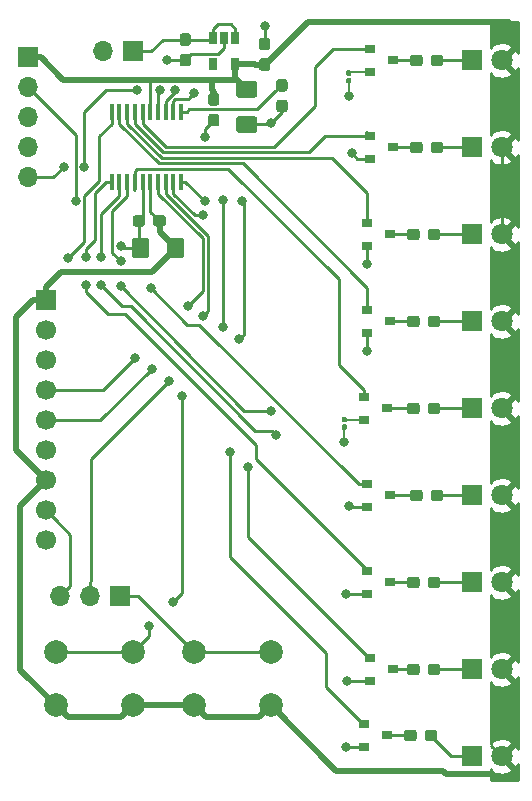
<source format=gbr>
G04 #@! TF.GenerationSoftware,KiCad,Pcbnew,(5.1.5-0-10_14)*
G04 #@! TF.CreationDate,2020-02-27T20:03:29-05:00*
G04 #@! TF.ProjectId,led_level_pcb,6c65645f-6c65-4766-956c-5f7063622e6b,rev?*
G04 #@! TF.SameCoordinates,Original*
G04 #@! TF.FileFunction,Copper,L1,Top*
G04 #@! TF.FilePolarity,Positive*
%FSLAX46Y46*%
G04 Gerber Fmt 4.6, Leading zero omitted, Abs format (unit mm)*
G04 Created by KiCad (PCBNEW (5.1.5-0-10_14)) date 2020-02-27 20:03:29*
%MOMM*%
%LPD*%
G04 APERTURE LIST*
%ADD10C,0.100000*%
%ADD11R,1.700000X1.700000*%
%ADD12C,1.700000*%
%ADD13R,0.650000X1.060000*%
%ADD14C,1.800000*%
%ADD15R,1.800000X1.800000*%
%ADD16O,1.700000X1.700000*%
%ADD17R,0.900000X0.800000*%
%ADD18C,2.000000*%
%ADD19R,0.450000X1.450000*%
%ADD20C,0.800000*%
%ADD21C,0.250000*%
%ADD22C,0.508000*%
%ADD23C,0.152400*%
%ADD24C,0.254000*%
G04 APERTURE END LIST*
G04 #@! TA.AperFunction,SMDPad,CuDef*
D10*
G36*
X205175279Y-30005644D02*
G01*
X205198334Y-30009063D01*
X205220943Y-30014727D01*
X205242887Y-30022579D01*
X205263957Y-30032544D01*
X205283948Y-30044526D01*
X205302668Y-30058410D01*
X205319938Y-30074062D01*
X205335590Y-30091332D01*
X205349474Y-30110052D01*
X205361456Y-30130043D01*
X205371421Y-30151113D01*
X205379273Y-30173057D01*
X205384937Y-30195666D01*
X205388356Y-30218721D01*
X205389500Y-30242000D01*
X205389500Y-30817000D01*
X205388356Y-30840279D01*
X205384937Y-30863334D01*
X205379273Y-30885943D01*
X205371421Y-30907887D01*
X205361456Y-30928957D01*
X205349474Y-30948948D01*
X205335590Y-30967668D01*
X205319938Y-30984938D01*
X205302668Y-31000590D01*
X205283948Y-31014474D01*
X205263957Y-31026456D01*
X205242887Y-31036421D01*
X205220943Y-31044273D01*
X205198334Y-31049937D01*
X205175279Y-31053356D01*
X205152000Y-31054500D01*
X204677000Y-31054500D01*
X204653721Y-31053356D01*
X204630666Y-31049937D01*
X204608057Y-31044273D01*
X204586113Y-31036421D01*
X204565043Y-31026456D01*
X204545052Y-31014474D01*
X204526332Y-31000590D01*
X204509062Y-30984938D01*
X204493410Y-30967668D01*
X204479526Y-30948948D01*
X204467544Y-30928957D01*
X204457579Y-30907887D01*
X204449727Y-30885943D01*
X204444063Y-30863334D01*
X204440644Y-30840279D01*
X204439500Y-30817000D01*
X204439500Y-30242000D01*
X204440644Y-30218721D01*
X204444063Y-30195666D01*
X204449727Y-30173057D01*
X204457579Y-30151113D01*
X204467544Y-30130043D01*
X204479526Y-30110052D01*
X204493410Y-30091332D01*
X204509062Y-30074062D01*
X204526332Y-30058410D01*
X204545052Y-30044526D01*
X204565043Y-30032544D01*
X204586113Y-30022579D01*
X204608057Y-30014727D01*
X204630666Y-30009063D01*
X204653721Y-30005644D01*
X204677000Y-30004500D01*
X205152000Y-30004500D01*
X205175279Y-30005644D01*
G37*
G04 #@! TD.AperFunction*
G04 #@! TA.AperFunction,SMDPad,CuDef*
G36*
X205175279Y-28255644D02*
G01*
X205198334Y-28259063D01*
X205220943Y-28264727D01*
X205242887Y-28272579D01*
X205263957Y-28282544D01*
X205283948Y-28294526D01*
X205302668Y-28308410D01*
X205319938Y-28324062D01*
X205335590Y-28341332D01*
X205349474Y-28360052D01*
X205361456Y-28380043D01*
X205371421Y-28401113D01*
X205379273Y-28423057D01*
X205384937Y-28445666D01*
X205388356Y-28468721D01*
X205389500Y-28492000D01*
X205389500Y-29067000D01*
X205388356Y-29090279D01*
X205384937Y-29113334D01*
X205379273Y-29135943D01*
X205371421Y-29157887D01*
X205361456Y-29178957D01*
X205349474Y-29198948D01*
X205335590Y-29217668D01*
X205319938Y-29234938D01*
X205302668Y-29250590D01*
X205283948Y-29264474D01*
X205263957Y-29276456D01*
X205242887Y-29286421D01*
X205220943Y-29294273D01*
X205198334Y-29299937D01*
X205175279Y-29303356D01*
X205152000Y-29304500D01*
X204677000Y-29304500D01*
X204653721Y-29303356D01*
X204630666Y-29299937D01*
X204608057Y-29294273D01*
X204586113Y-29286421D01*
X204565043Y-29276456D01*
X204545052Y-29264474D01*
X204526332Y-29250590D01*
X204509062Y-29234938D01*
X204493410Y-29217668D01*
X204479526Y-29198948D01*
X204467544Y-29178957D01*
X204457579Y-29157887D01*
X204449727Y-29135943D01*
X204444063Y-29113334D01*
X204440644Y-29090279D01*
X204439500Y-29067000D01*
X204439500Y-28492000D01*
X204440644Y-28468721D01*
X204444063Y-28445666D01*
X204449727Y-28423057D01*
X204457579Y-28401113D01*
X204467544Y-28380043D01*
X204479526Y-28360052D01*
X204493410Y-28341332D01*
X204509062Y-28324062D01*
X204526332Y-28308410D01*
X204545052Y-28294526D01*
X204565043Y-28282544D01*
X204586113Y-28272579D01*
X204608057Y-28264727D01*
X204630666Y-28259063D01*
X204653721Y-28255644D01*
X204677000Y-28254500D01*
X205152000Y-28254500D01*
X205175279Y-28255644D01*
G37*
G04 #@! TD.AperFunction*
G04 #@! TA.AperFunction,SMDPad,CuDef*
G36*
X217847779Y-83346144D02*
G01*
X217870834Y-83349563D01*
X217893443Y-83355227D01*
X217915387Y-83363079D01*
X217936457Y-83373044D01*
X217956448Y-83385026D01*
X217975168Y-83398910D01*
X217992438Y-83414562D01*
X218008090Y-83431832D01*
X218021974Y-83450552D01*
X218033956Y-83470543D01*
X218043921Y-83491613D01*
X218051773Y-83513557D01*
X218057437Y-83536166D01*
X218060856Y-83559221D01*
X218062000Y-83582500D01*
X218062000Y-84057500D01*
X218060856Y-84080779D01*
X218057437Y-84103834D01*
X218051773Y-84126443D01*
X218043921Y-84148387D01*
X218033956Y-84169457D01*
X218021974Y-84189448D01*
X218008090Y-84208168D01*
X217992438Y-84225438D01*
X217975168Y-84241090D01*
X217956448Y-84254974D01*
X217936457Y-84266956D01*
X217915387Y-84276921D01*
X217893443Y-84284773D01*
X217870834Y-84290437D01*
X217847779Y-84293856D01*
X217824500Y-84295000D01*
X217249500Y-84295000D01*
X217226221Y-84293856D01*
X217203166Y-84290437D01*
X217180557Y-84284773D01*
X217158613Y-84276921D01*
X217137543Y-84266956D01*
X217117552Y-84254974D01*
X217098832Y-84241090D01*
X217081562Y-84225438D01*
X217065910Y-84208168D01*
X217052026Y-84189448D01*
X217040044Y-84169457D01*
X217030079Y-84148387D01*
X217022227Y-84126443D01*
X217016563Y-84103834D01*
X217013144Y-84080779D01*
X217012000Y-84057500D01*
X217012000Y-83582500D01*
X217013144Y-83559221D01*
X217016563Y-83536166D01*
X217022227Y-83513557D01*
X217030079Y-83491613D01*
X217040044Y-83470543D01*
X217052026Y-83450552D01*
X217065910Y-83431832D01*
X217081562Y-83414562D01*
X217098832Y-83398910D01*
X217117552Y-83385026D01*
X217137543Y-83373044D01*
X217158613Y-83363079D01*
X217180557Y-83355227D01*
X217203166Y-83349563D01*
X217226221Y-83346144D01*
X217249500Y-83345000D01*
X217824500Y-83345000D01*
X217847779Y-83346144D01*
G37*
G04 #@! TD.AperFunction*
G04 #@! TA.AperFunction,SMDPad,CuDef*
G36*
X216097779Y-83346144D02*
G01*
X216120834Y-83349563D01*
X216143443Y-83355227D01*
X216165387Y-83363079D01*
X216186457Y-83373044D01*
X216206448Y-83385026D01*
X216225168Y-83398910D01*
X216242438Y-83414562D01*
X216258090Y-83431832D01*
X216271974Y-83450552D01*
X216283956Y-83470543D01*
X216293921Y-83491613D01*
X216301773Y-83513557D01*
X216307437Y-83536166D01*
X216310856Y-83559221D01*
X216312000Y-83582500D01*
X216312000Y-84057500D01*
X216310856Y-84080779D01*
X216307437Y-84103834D01*
X216301773Y-84126443D01*
X216293921Y-84148387D01*
X216283956Y-84169457D01*
X216271974Y-84189448D01*
X216258090Y-84208168D01*
X216242438Y-84225438D01*
X216225168Y-84241090D01*
X216206448Y-84254974D01*
X216186457Y-84266956D01*
X216165387Y-84276921D01*
X216143443Y-84284773D01*
X216120834Y-84290437D01*
X216097779Y-84293856D01*
X216074500Y-84295000D01*
X215499500Y-84295000D01*
X215476221Y-84293856D01*
X215453166Y-84290437D01*
X215430557Y-84284773D01*
X215408613Y-84276921D01*
X215387543Y-84266956D01*
X215367552Y-84254974D01*
X215348832Y-84241090D01*
X215331562Y-84225438D01*
X215315910Y-84208168D01*
X215302026Y-84189448D01*
X215290044Y-84169457D01*
X215280079Y-84148387D01*
X215272227Y-84126443D01*
X215266563Y-84103834D01*
X215263144Y-84080779D01*
X215262000Y-84057500D01*
X215262000Y-83582500D01*
X215263144Y-83559221D01*
X215266563Y-83536166D01*
X215272227Y-83513557D01*
X215280079Y-83491613D01*
X215290044Y-83470543D01*
X215302026Y-83450552D01*
X215315910Y-83431832D01*
X215331562Y-83414562D01*
X215348832Y-83398910D01*
X215367552Y-83385026D01*
X215387543Y-83373044D01*
X215408613Y-83363079D01*
X215430557Y-83355227D01*
X215453166Y-83349563D01*
X215476221Y-83346144D01*
X215499500Y-83345000D01*
X216074500Y-83345000D01*
X216097779Y-83346144D01*
G37*
G04 #@! TD.AperFunction*
G04 #@! TA.AperFunction,SMDPad,CuDef*
G36*
X218101779Y-77758144D02*
G01*
X218124834Y-77761563D01*
X218147443Y-77767227D01*
X218169387Y-77775079D01*
X218190457Y-77785044D01*
X218210448Y-77797026D01*
X218229168Y-77810910D01*
X218246438Y-77826562D01*
X218262090Y-77843832D01*
X218275974Y-77862552D01*
X218287956Y-77882543D01*
X218297921Y-77903613D01*
X218305773Y-77925557D01*
X218311437Y-77948166D01*
X218314856Y-77971221D01*
X218316000Y-77994500D01*
X218316000Y-78469500D01*
X218314856Y-78492779D01*
X218311437Y-78515834D01*
X218305773Y-78538443D01*
X218297921Y-78560387D01*
X218287956Y-78581457D01*
X218275974Y-78601448D01*
X218262090Y-78620168D01*
X218246438Y-78637438D01*
X218229168Y-78653090D01*
X218210448Y-78666974D01*
X218190457Y-78678956D01*
X218169387Y-78688921D01*
X218147443Y-78696773D01*
X218124834Y-78702437D01*
X218101779Y-78705856D01*
X218078500Y-78707000D01*
X217503500Y-78707000D01*
X217480221Y-78705856D01*
X217457166Y-78702437D01*
X217434557Y-78696773D01*
X217412613Y-78688921D01*
X217391543Y-78678956D01*
X217371552Y-78666974D01*
X217352832Y-78653090D01*
X217335562Y-78637438D01*
X217319910Y-78620168D01*
X217306026Y-78601448D01*
X217294044Y-78581457D01*
X217284079Y-78560387D01*
X217276227Y-78538443D01*
X217270563Y-78515834D01*
X217267144Y-78492779D01*
X217266000Y-78469500D01*
X217266000Y-77994500D01*
X217267144Y-77971221D01*
X217270563Y-77948166D01*
X217276227Y-77925557D01*
X217284079Y-77903613D01*
X217294044Y-77882543D01*
X217306026Y-77862552D01*
X217319910Y-77843832D01*
X217335562Y-77826562D01*
X217352832Y-77810910D01*
X217371552Y-77797026D01*
X217391543Y-77785044D01*
X217412613Y-77775079D01*
X217434557Y-77767227D01*
X217457166Y-77761563D01*
X217480221Y-77758144D01*
X217503500Y-77757000D01*
X218078500Y-77757000D01*
X218101779Y-77758144D01*
G37*
G04 #@! TD.AperFunction*
G04 #@! TA.AperFunction,SMDPad,CuDef*
G36*
X216351779Y-77758144D02*
G01*
X216374834Y-77761563D01*
X216397443Y-77767227D01*
X216419387Y-77775079D01*
X216440457Y-77785044D01*
X216460448Y-77797026D01*
X216479168Y-77810910D01*
X216496438Y-77826562D01*
X216512090Y-77843832D01*
X216525974Y-77862552D01*
X216537956Y-77882543D01*
X216547921Y-77903613D01*
X216555773Y-77925557D01*
X216561437Y-77948166D01*
X216564856Y-77971221D01*
X216566000Y-77994500D01*
X216566000Y-78469500D01*
X216564856Y-78492779D01*
X216561437Y-78515834D01*
X216555773Y-78538443D01*
X216547921Y-78560387D01*
X216537956Y-78581457D01*
X216525974Y-78601448D01*
X216512090Y-78620168D01*
X216496438Y-78637438D01*
X216479168Y-78653090D01*
X216460448Y-78666974D01*
X216440457Y-78678956D01*
X216419387Y-78688921D01*
X216397443Y-78696773D01*
X216374834Y-78702437D01*
X216351779Y-78705856D01*
X216328500Y-78707000D01*
X215753500Y-78707000D01*
X215730221Y-78705856D01*
X215707166Y-78702437D01*
X215684557Y-78696773D01*
X215662613Y-78688921D01*
X215641543Y-78678956D01*
X215621552Y-78666974D01*
X215602832Y-78653090D01*
X215585562Y-78637438D01*
X215569910Y-78620168D01*
X215556026Y-78601448D01*
X215544044Y-78581457D01*
X215534079Y-78560387D01*
X215526227Y-78538443D01*
X215520563Y-78515834D01*
X215517144Y-78492779D01*
X215516000Y-78469500D01*
X215516000Y-77994500D01*
X215517144Y-77971221D01*
X215520563Y-77948166D01*
X215526227Y-77925557D01*
X215534079Y-77903613D01*
X215544044Y-77882543D01*
X215556026Y-77862552D01*
X215569910Y-77843832D01*
X215585562Y-77826562D01*
X215602832Y-77810910D01*
X215621552Y-77797026D01*
X215641543Y-77785044D01*
X215662613Y-77775079D01*
X215684557Y-77767227D01*
X215707166Y-77761563D01*
X215730221Y-77758144D01*
X215753500Y-77757000D01*
X216328500Y-77757000D01*
X216351779Y-77758144D01*
G37*
G04 #@! TD.AperFunction*
G04 #@! TA.AperFunction,SMDPad,CuDef*
G36*
X218101779Y-70392144D02*
G01*
X218124834Y-70395563D01*
X218147443Y-70401227D01*
X218169387Y-70409079D01*
X218190457Y-70419044D01*
X218210448Y-70431026D01*
X218229168Y-70444910D01*
X218246438Y-70460562D01*
X218262090Y-70477832D01*
X218275974Y-70496552D01*
X218287956Y-70516543D01*
X218297921Y-70537613D01*
X218305773Y-70559557D01*
X218311437Y-70582166D01*
X218314856Y-70605221D01*
X218316000Y-70628500D01*
X218316000Y-71103500D01*
X218314856Y-71126779D01*
X218311437Y-71149834D01*
X218305773Y-71172443D01*
X218297921Y-71194387D01*
X218287956Y-71215457D01*
X218275974Y-71235448D01*
X218262090Y-71254168D01*
X218246438Y-71271438D01*
X218229168Y-71287090D01*
X218210448Y-71300974D01*
X218190457Y-71312956D01*
X218169387Y-71322921D01*
X218147443Y-71330773D01*
X218124834Y-71336437D01*
X218101779Y-71339856D01*
X218078500Y-71341000D01*
X217503500Y-71341000D01*
X217480221Y-71339856D01*
X217457166Y-71336437D01*
X217434557Y-71330773D01*
X217412613Y-71322921D01*
X217391543Y-71312956D01*
X217371552Y-71300974D01*
X217352832Y-71287090D01*
X217335562Y-71271438D01*
X217319910Y-71254168D01*
X217306026Y-71235448D01*
X217294044Y-71215457D01*
X217284079Y-71194387D01*
X217276227Y-71172443D01*
X217270563Y-71149834D01*
X217267144Y-71126779D01*
X217266000Y-71103500D01*
X217266000Y-70628500D01*
X217267144Y-70605221D01*
X217270563Y-70582166D01*
X217276227Y-70559557D01*
X217284079Y-70537613D01*
X217294044Y-70516543D01*
X217306026Y-70496552D01*
X217319910Y-70477832D01*
X217335562Y-70460562D01*
X217352832Y-70444910D01*
X217371552Y-70431026D01*
X217391543Y-70419044D01*
X217412613Y-70409079D01*
X217434557Y-70401227D01*
X217457166Y-70395563D01*
X217480221Y-70392144D01*
X217503500Y-70391000D01*
X218078500Y-70391000D01*
X218101779Y-70392144D01*
G37*
G04 #@! TD.AperFunction*
G04 #@! TA.AperFunction,SMDPad,CuDef*
G36*
X216351779Y-70392144D02*
G01*
X216374834Y-70395563D01*
X216397443Y-70401227D01*
X216419387Y-70409079D01*
X216440457Y-70419044D01*
X216460448Y-70431026D01*
X216479168Y-70444910D01*
X216496438Y-70460562D01*
X216512090Y-70477832D01*
X216525974Y-70496552D01*
X216537956Y-70516543D01*
X216547921Y-70537613D01*
X216555773Y-70559557D01*
X216561437Y-70582166D01*
X216564856Y-70605221D01*
X216566000Y-70628500D01*
X216566000Y-71103500D01*
X216564856Y-71126779D01*
X216561437Y-71149834D01*
X216555773Y-71172443D01*
X216547921Y-71194387D01*
X216537956Y-71215457D01*
X216525974Y-71235448D01*
X216512090Y-71254168D01*
X216496438Y-71271438D01*
X216479168Y-71287090D01*
X216460448Y-71300974D01*
X216440457Y-71312956D01*
X216419387Y-71322921D01*
X216397443Y-71330773D01*
X216374834Y-71336437D01*
X216351779Y-71339856D01*
X216328500Y-71341000D01*
X215753500Y-71341000D01*
X215730221Y-71339856D01*
X215707166Y-71336437D01*
X215684557Y-71330773D01*
X215662613Y-71322921D01*
X215641543Y-71312956D01*
X215621552Y-71300974D01*
X215602832Y-71287090D01*
X215585562Y-71271438D01*
X215569910Y-71254168D01*
X215556026Y-71235448D01*
X215544044Y-71215457D01*
X215534079Y-71194387D01*
X215526227Y-71172443D01*
X215520563Y-71149834D01*
X215517144Y-71126779D01*
X215516000Y-71103500D01*
X215516000Y-70628500D01*
X215517144Y-70605221D01*
X215520563Y-70582166D01*
X215526227Y-70559557D01*
X215534079Y-70537613D01*
X215544044Y-70516543D01*
X215556026Y-70496552D01*
X215569910Y-70477832D01*
X215585562Y-70460562D01*
X215602832Y-70444910D01*
X215621552Y-70431026D01*
X215641543Y-70419044D01*
X215662613Y-70409079D01*
X215684557Y-70401227D01*
X215707166Y-70395563D01*
X215730221Y-70392144D01*
X215753500Y-70391000D01*
X216328500Y-70391000D01*
X216351779Y-70392144D01*
G37*
G04 #@! TD.AperFunction*
G04 #@! TA.AperFunction,SMDPad,CuDef*
G36*
X218355779Y-63026144D02*
G01*
X218378834Y-63029563D01*
X218401443Y-63035227D01*
X218423387Y-63043079D01*
X218444457Y-63053044D01*
X218464448Y-63065026D01*
X218483168Y-63078910D01*
X218500438Y-63094562D01*
X218516090Y-63111832D01*
X218529974Y-63130552D01*
X218541956Y-63150543D01*
X218551921Y-63171613D01*
X218559773Y-63193557D01*
X218565437Y-63216166D01*
X218568856Y-63239221D01*
X218570000Y-63262500D01*
X218570000Y-63737500D01*
X218568856Y-63760779D01*
X218565437Y-63783834D01*
X218559773Y-63806443D01*
X218551921Y-63828387D01*
X218541956Y-63849457D01*
X218529974Y-63869448D01*
X218516090Y-63888168D01*
X218500438Y-63905438D01*
X218483168Y-63921090D01*
X218464448Y-63934974D01*
X218444457Y-63946956D01*
X218423387Y-63956921D01*
X218401443Y-63964773D01*
X218378834Y-63970437D01*
X218355779Y-63973856D01*
X218332500Y-63975000D01*
X217757500Y-63975000D01*
X217734221Y-63973856D01*
X217711166Y-63970437D01*
X217688557Y-63964773D01*
X217666613Y-63956921D01*
X217645543Y-63946956D01*
X217625552Y-63934974D01*
X217606832Y-63921090D01*
X217589562Y-63905438D01*
X217573910Y-63888168D01*
X217560026Y-63869448D01*
X217548044Y-63849457D01*
X217538079Y-63828387D01*
X217530227Y-63806443D01*
X217524563Y-63783834D01*
X217521144Y-63760779D01*
X217520000Y-63737500D01*
X217520000Y-63262500D01*
X217521144Y-63239221D01*
X217524563Y-63216166D01*
X217530227Y-63193557D01*
X217538079Y-63171613D01*
X217548044Y-63150543D01*
X217560026Y-63130552D01*
X217573910Y-63111832D01*
X217589562Y-63094562D01*
X217606832Y-63078910D01*
X217625552Y-63065026D01*
X217645543Y-63053044D01*
X217666613Y-63043079D01*
X217688557Y-63035227D01*
X217711166Y-63029563D01*
X217734221Y-63026144D01*
X217757500Y-63025000D01*
X218332500Y-63025000D01*
X218355779Y-63026144D01*
G37*
G04 #@! TD.AperFunction*
G04 #@! TA.AperFunction,SMDPad,CuDef*
G36*
X216605779Y-63026144D02*
G01*
X216628834Y-63029563D01*
X216651443Y-63035227D01*
X216673387Y-63043079D01*
X216694457Y-63053044D01*
X216714448Y-63065026D01*
X216733168Y-63078910D01*
X216750438Y-63094562D01*
X216766090Y-63111832D01*
X216779974Y-63130552D01*
X216791956Y-63150543D01*
X216801921Y-63171613D01*
X216809773Y-63193557D01*
X216815437Y-63216166D01*
X216818856Y-63239221D01*
X216820000Y-63262500D01*
X216820000Y-63737500D01*
X216818856Y-63760779D01*
X216815437Y-63783834D01*
X216809773Y-63806443D01*
X216801921Y-63828387D01*
X216791956Y-63849457D01*
X216779974Y-63869448D01*
X216766090Y-63888168D01*
X216750438Y-63905438D01*
X216733168Y-63921090D01*
X216714448Y-63934974D01*
X216694457Y-63946956D01*
X216673387Y-63956921D01*
X216651443Y-63964773D01*
X216628834Y-63970437D01*
X216605779Y-63973856D01*
X216582500Y-63975000D01*
X216007500Y-63975000D01*
X215984221Y-63973856D01*
X215961166Y-63970437D01*
X215938557Y-63964773D01*
X215916613Y-63956921D01*
X215895543Y-63946956D01*
X215875552Y-63934974D01*
X215856832Y-63921090D01*
X215839562Y-63905438D01*
X215823910Y-63888168D01*
X215810026Y-63869448D01*
X215798044Y-63849457D01*
X215788079Y-63828387D01*
X215780227Y-63806443D01*
X215774563Y-63783834D01*
X215771144Y-63760779D01*
X215770000Y-63737500D01*
X215770000Y-63262500D01*
X215771144Y-63239221D01*
X215774563Y-63216166D01*
X215780227Y-63193557D01*
X215788079Y-63171613D01*
X215798044Y-63150543D01*
X215810026Y-63130552D01*
X215823910Y-63111832D01*
X215839562Y-63094562D01*
X215856832Y-63078910D01*
X215875552Y-63065026D01*
X215895543Y-63053044D01*
X215916613Y-63043079D01*
X215938557Y-63035227D01*
X215961166Y-63029563D01*
X215984221Y-63026144D01*
X216007500Y-63025000D01*
X216582500Y-63025000D01*
X216605779Y-63026144D01*
G37*
G04 #@! TD.AperFunction*
G04 #@! TA.AperFunction,SMDPad,CuDef*
G36*
X218101779Y-55660144D02*
G01*
X218124834Y-55663563D01*
X218147443Y-55669227D01*
X218169387Y-55677079D01*
X218190457Y-55687044D01*
X218210448Y-55699026D01*
X218229168Y-55712910D01*
X218246438Y-55728562D01*
X218262090Y-55745832D01*
X218275974Y-55764552D01*
X218287956Y-55784543D01*
X218297921Y-55805613D01*
X218305773Y-55827557D01*
X218311437Y-55850166D01*
X218314856Y-55873221D01*
X218316000Y-55896500D01*
X218316000Y-56371500D01*
X218314856Y-56394779D01*
X218311437Y-56417834D01*
X218305773Y-56440443D01*
X218297921Y-56462387D01*
X218287956Y-56483457D01*
X218275974Y-56503448D01*
X218262090Y-56522168D01*
X218246438Y-56539438D01*
X218229168Y-56555090D01*
X218210448Y-56568974D01*
X218190457Y-56580956D01*
X218169387Y-56590921D01*
X218147443Y-56598773D01*
X218124834Y-56604437D01*
X218101779Y-56607856D01*
X218078500Y-56609000D01*
X217503500Y-56609000D01*
X217480221Y-56607856D01*
X217457166Y-56604437D01*
X217434557Y-56598773D01*
X217412613Y-56590921D01*
X217391543Y-56580956D01*
X217371552Y-56568974D01*
X217352832Y-56555090D01*
X217335562Y-56539438D01*
X217319910Y-56522168D01*
X217306026Y-56503448D01*
X217294044Y-56483457D01*
X217284079Y-56462387D01*
X217276227Y-56440443D01*
X217270563Y-56417834D01*
X217267144Y-56394779D01*
X217266000Y-56371500D01*
X217266000Y-55896500D01*
X217267144Y-55873221D01*
X217270563Y-55850166D01*
X217276227Y-55827557D01*
X217284079Y-55805613D01*
X217294044Y-55784543D01*
X217306026Y-55764552D01*
X217319910Y-55745832D01*
X217335562Y-55728562D01*
X217352832Y-55712910D01*
X217371552Y-55699026D01*
X217391543Y-55687044D01*
X217412613Y-55677079D01*
X217434557Y-55669227D01*
X217457166Y-55663563D01*
X217480221Y-55660144D01*
X217503500Y-55659000D01*
X218078500Y-55659000D01*
X218101779Y-55660144D01*
G37*
G04 #@! TD.AperFunction*
G04 #@! TA.AperFunction,SMDPad,CuDef*
G36*
X216351779Y-55660144D02*
G01*
X216374834Y-55663563D01*
X216397443Y-55669227D01*
X216419387Y-55677079D01*
X216440457Y-55687044D01*
X216460448Y-55699026D01*
X216479168Y-55712910D01*
X216496438Y-55728562D01*
X216512090Y-55745832D01*
X216525974Y-55764552D01*
X216537956Y-55784543D01*
X216547921Y-55805613D01*
X216555773Y-55827557D01*
X216561437Y-55850166D01*
X216564856Y-55873221D01*
X216566000Y-55896500D01*
X216566000Y-56371500D01*
X216564856Y-56394779D01*
X216561437Y-56417834D01*
X216555773Y-56440443D01*
X216547921Y-56462387D01*
X216537956Y-56483457D01*
X216525974Y-56503448D01*
X216512090Y-56522168D01*
X216496438Y-56539438D01*
X216479168Y-56555090D01*
X216460448Y-56568974D01*
X216440457Y-56580956D01*
X216419387Y-56590921D01*
X216397443Y-56598773D01*
X216374834Y-56604437D01*
X216351779Y-56607856D01*
X216328500Y-56609000D01*
X215753500Y-56609000D01*
X215730221Y-56607856D01*
X215707166Y-56604437D01*
X215684557Y-56598773D01*
X215662613Y-56590921D01*
X215641543Y-56580956D01*
X215621552Y-56568974D01*
X215602832Y-56555090D01*
X215585562Y-56539438D01*
X215569910Y-56522168D01*
X215556026Y-56503448D01*
X215544044Y-56483457D01*
X215534079Y-56462387D01*
X215526227Y-56440443D01*
X215520563Y-56417834D01*
X215517144Y-56394779D01*
X215516000Y-56371500D01*
X215516000Y-55896500D01*
X215517144Y-55873221D01*
X215520563Y-55850166D01*
X215526227Y-55827557D01*
X215534079Y-55805613D01*
X215544044Y-55784543D01*
X215556026Y-55764552D01*
X215569910Y-55745832D01*
X215585562Y-55728562D01*
X215602832Y-55712910D01*
X215621552Y-55699026D01*
X215641543Y-55687044D01*
X215662613Y-55677079D01*
X215684557Y-55669227D01*
X215707166Y-55663563D01*
X215730221Y-55660144D01*
X215753500Y-55659000D01*
X216328500Y-55659000D01*
X216351779Y-55660144D01*
G37*
G04 #@! TD.AperFunction*
G04 #@! TA.AperFunction,SMDPad,CuDef*
G36*
X218101779Y-48294144D02*
G01*
X218124834Y-48297563D01*
X218147443Y-48303227D01*
X218169387Y-48311079D01*
X218190457Y-48321044D01*
X218210448Y-48333026D01*
X218229168Y-48346910D01*
X218246438Y-48362562D01*
X218262090Y-48379832D01*
X218275974Y-48398552D01*
X218287956Y-48418543D01*
X218297921Y-48439613D01*
X218305773Y-48461557D01*
X218311437Y-48484166D01*
X218314856Y-48507221D01*
X218316000Y-48530500D01*
X218316000Y-49005500D01*
X218314856Y-49028779D01*
X218311437Y-49051834D01*
X218305773Y-49074443D01*
X218297921Y-49096387D01*
X218287956Y-49117457D01*
X218275974Y-49137448D01*
X218262090Y-49156168D01*
X218246438Y-49173438D01*
X218229168Y-49189090D01*
X218210448Y-49202974D01*
X218190457Y-49214956D01*
X218169387Y-49224921D01*
X218147443Y-49232773D01*
X218124834Y-49238437D01*
X218101779Y-49241856D01*
X218078500Y-49243000D01*
X217503500Y-49243000D01*
X217480221Y-49241856D01*
X217457166Y-49238437D01*
X217434557Y-49232773D01*
X217412613Y-49224921D01*
X217391543Y-49214956D01*
X217371552Y-49202974D01*
X217352832Y-49189090D01*
X217335562Y-49173438D01*
X217319910Y-49156168D01*
X217306026Y-49137448D01*
X217294044Y-49117457D01*
X217284079Y-49096387D01*
X217276227Y-49074443D01*
X217270563Y-49051834D01*
X217267144Y-49028779D01*
X217266000Y-49005500D01*
X217266000Y-48530500D01*
X217267144Y-48507221D01*
X217270563Y-48484166D01*
X217276227Y-48461557D01*
X217284079Y-48439613D01*
X217294044Y-48418543D01*
X217306026Y-48398552D01*
X217319910Y-48379832D01*
X217335562Y-48362562D01*
X217352832Y-48346910D01*
X217371552Y-48333026D01*
X217391543Y-48321044D01*
X217412613Y-48311079D01*
X217434557Y-48303227D01*
X217457166Y-48297563D01*
X217480221Y-48294144D01*
X217503500Y-48293000D01*
X218078500Y-48293000D01*
X218101779Y-48294144D01*
G37*
G04 #@! TD.AperFunction*
G04 #@! TA.AperFunction,SMDPad,CuDef*
G36*
X216351779Y-48294144D02*
G01*
X216374834Y-48297563D01*
X216397443Y-48303227D01*
X216419387Y-48311079D01*
X216440457Y-48321044D01*
X216460448Y-48333026D01*
X216479168Y-48346910D01*
X216496438Y-48362562D01*
X216512090Y-48379832D01*
X216525974Y-48398552D01*
X216537956Y-48418543D01*
X216547921Y-48439613D01*
X216555773Y-48461557D01*
X216561437Y-48484166D01*
X216564856Y-48507221D01*
X216566000Y-48530500D01*
X216566000Y-49005500D01*
X216564856Y-49028779D01*
X216561437Y-49051834D01*
X216555773Y-49074443D01*
X216547921Y-49096387D01*
X216537956Y-49117457D01*
X216525974Y-49137448D01*
X216512090Y-49156168D01*
X216496438Y-49173438D01*
X216479168Y-49189090D01*
X216460448Y-49202974D01*
X216440457Y-49214956D01*
X216419387Y-49224921D01*
X216397443Y-49232773D01*
X216374834Y-49238437D01*
X216351779Y-49241856D01*
X216328500Y-49243000D01*
X215753500Y-49243000D01*
X215730221Y-49241856D01*
X215707166Y-49238437D01*
X215684557Y-49232773D01*
X215662613Y-49224921D01*
X215641543Y-49214956D01*
X215621552Y-49202974D01*
X215602832Y-49189090D01*
X215585562Y-49173438D01*
X215569910Y-49156168D01*
X215556026Y-49137448D01*
X215544044Y-49117457D01*
X215534079Y-49096387D01*
X215526227Y-49074443D01*
X215520563Y-49051834D01*
X215517144Y-49028779D01*
X215516000Y-49005500D01*
X215516000Y-48530500D01*
X215517144Y-48507221D01*
X215520563Y-48484166D01*
X215526227Y-48461557D01*
X215534079Y-48439613D01*
X215544044Y-48418543D01*
X215556026Y-48398552D01*
X215569910Y-48379832D01*
X215585562Y-48362562D01*
X215602832Y-48346910D01*
X215621552Y-48333026D01*
X215641543Y-48321044D01*
X215662613Y-48311079D01*
X215684557Y-48303227D01*
X215707166Y-48297563D01*
X215730221Y-48294144D01*
X215753500Y-48293000D01*
X216328500Y-48293000D01*
X216351779Y-48294144D01*
G37*
G04 #@! TD.AperFunction*
G04 #@! TA.AperFunction,SMDPad,CuDef*
G36*
X218101779Y-40928144D02*
G01*
X218124834Y-40931563D01*
X218147443Y-40937227D01*
X218169387Y-40945079D01*
X218190457Y-40955044D01*
X218210448Y-40967026D01*
X218229168Y-40980910D01*
X218246438Y-40996562D01*
X218262090Y-41013832D01*
X218275974Y-41032552D01*
X218287956Y-41052543D01*
X218297921Y-41073613D01*
X218305773Y-41095557D01*
X218311437Y-41118166D01*
X218314856Y-41141221D01*
X218316000Y-41164500D01*
X218316000Y-41639500D01*
X218314856Y-41662779D01*
X218311437Y-41685834D01*
X218305773Y-41708443D01*
X218297921Y-41730387D01*
X218287956Y-41751457D01*
X218275974Y-41771448D01*
X218262090Y-41790168D01*
X218246438Y-41807438D01*
X218229168Y-41823090D01*
X218210448Y-41836974D01*
X218190457Y-41848956D01*
X218169387Y-41858921D01*
X218147443Y-41866773D01*
X218124834Y-41872437D01*
X218101779Y-41875856D01*
X218078500Y-41877000D01*
X217503500Y-41877000D01*
X217480221Y-41875856D01*
X217457166Y-41872437D01*
X217434557Y-41866773D01*
X217412613Y-41858921D01*
X217391543Y-41848956D01*
X217371552Y-41836974D01*
X217352832Y-41823090D01*
X217335562Y-41807438D01*
X217319910Y-41790168D01*
X217306026Y-41771448D01*
X217294044Y-41751457D01*
X217284079Y-41730387D01*
X217276227Y-41708443D01*
X217270563Y-41685834D01*
X217267144Y-41662779D01*
X217266000Y-41639500D01*
X217266000Y-41164500D01*
X217267144Y-41141221D01*
X217270563Y-41118166D01*
X217276227Y-41095557D01*
X217284079Y-41073613D01*
X217294044Y-41052543D01*
X217306026Y-41032552D01*
X217319910Y-41013832D01*
X217335562Y-40996562D01*
X217352832Y-40980910D01*
X217371552Y-40967026D01*
X217391543Y-40955044D01*
X217412613Y-40945079D01*
X217434557Y-40937227D01*
X217457166Y-40931563D01*
X217480221Y-40928144D01*
X217503500Y-40927000D01*
X218078500Y-40927000D01*
X218101779Y-40928144D01*
G37*
G04 #@! TD.AperFunction*
G04 #@! TA.AperFunction,SMDPad,CuDef*
G36*
X216351779Y-40928144D02*
G01*
X216374834Y-40931563D01*
X216397443Y-40937227D01*
X216419387Y-40945079D01*
X216440457Y-40955044D01*
X216460448Y-40967026D01*
X216479168Y-40980910D01*
X216496438Y-40996562D01*
X216512090Y-41013832D01*
X216525974Y-41032552D01*
X216537956Y-41052543D01*
X216547921Y-41073613D01*
X216555773Y-41095557D01*
X216561437Y-41118166D01*
X216564856Y-41141221D01*
X216566000Y-41164500D01*
X216566000Y-41639500D01*
X216564856Y-41662779D01*
X216561437Y-41685834D01*
X216555773Y-41708443D01*
X216547921Y-41730387D01*
X216537956Y-41751457D01*
X216525974Y-41771448D01*
X216512090Y-41790168D01*
X216496438Y-41807438D01*
X216479168Y-41823090D01*
X216460448Y-41836974D01*
X216440457Y-41848956D01*
X216419387Y-41858921D01*
X216397443Y-41866773D01*
X216374834Y-41872437D01*
X216351779Y-41875856D01*
X216328500Y-41877000D01*
X215753500Y-41877000D01*
X215730221Y-41875856D01*
X215707166Y-41872437D01*
X215684557Y-41866773D01*
X215662613Y-41858921D01*
X215641543Y-41848956D01*
X215621552Y-41836974D01*
X215602832Y-41823090D01*
X215585562Y-41807438D01*
X215569910Y-41790168D01*
X215556026Y-41771448D01*
X215544044Y-41751457D01*
X215534079Y-41730387D01*
X215526227Y-41708443D01*
X215520563Y-41685834D01*
X215517144Y-41662779D01*
X215516000Y-41639500D01*
X215516000Y-41164500D01*
X215517144Y-41141221D01*
X215520563Y-41118166D01*
X215526227Y-41095557D01*
X215534079Y-41073613D01*
X215544044Y-41052543D01*
X215556026Y-41032552D01*
X215569910Y-41013832D01*
X215585562Y-40996562D01*
X215602832Y-40980910D01*
X215621552Y-40967026D01*
X215641543Y-40955044D01*
X215662613Y-40945079D01*
X215684557Y-40937227D01*
X215707166Y-40931563D01*
X215730221Y-40928144D01*
X215753500Y-40927000D01*
X216328500Y-40927000D01*
X216351779Y-40928144D01*
G37*
G04 #@! TD.AperFunction*
G04 #@! TA.AperFunction,SMDPad,CuDef*
G36*
X218355779Y-33562144D02*
G01*
X218378834Y-33565563D01*
X218401443Y-33571227D01*
X218423387Y-33579079D01*
X218444457Y-33589044D01*
X218464448Y-33601026D01*
X218483168Y-33614910D01*
X218500438Y-33630562D01*
X218516090Y-33647832D01*
X218529974Y-33666552D01*
X218541956Y-33686543D01*
X218551921Y-33707613D01*
X218559773Y-33729557D01*
X218565437Y-33752166D01*
X218568856Y-33775221D01*
X218570000Y-33798500D01*
X218570000Y-34273500D01*
X218568856Y-34296779D01*
X218565437Y-34319834D01*
X218559773Y-34342443D01*
X218551921Y-34364387D01*
X218541956Y-34385457D01*
X218529974Y-34405448D01*
X218516090Y-34424168D01*
X218500438Y-34441438D01*
X218483168Y-34457090D01*
X218464448Y-34470974D01*
X218444457Y-34482956D01*
X218423387Y-34492921D01*
X218401443Y-34500773D01*
X218378834Y-34506437D01*
X218355779Y-34509856D01*
X218332500Y-34511000D01*
X217757500Y-34511000D01*
X217734221Y-34509856D01*
X217711166Y-34506437D01*
X217688557Y-34500773D01*
X217666613Y-34492921D01*
X217645543Y-34482956D01*
X217625552Y-34470974D01*
X217606832Y-34457090D01*
X217589562Y-34441438D01*
X217573910Y-34424168D01*
X217560026Y-34405448D01*
X217548044Y-34385457D01*
X217538079Y-34364387D01*
X217530227Y-34342443D01*
X217524563Y-34319834D01*
X217521144Y-34296779D01*
X217520000Y-34273500D01*
X217520000Y-33798500D01*
X217521144Y-33775221D01*
X217524563Y-33752166D01*
X217530227Y-33729557D01*
X217538079Y-33707613D01*
X217548044Y-33686543D01*
X217560026Y-33666552D01*
X217573910Y-33647832D01*
X217589562Y-33630562D01*
X217606832Y-33614910D01*
X217625552Y-33601026D01*
X217645543Y-33589044D01*
X217666613Y-33579079D01*
X217688557Y-33571227D01*
X217711166Y-33565563D01*
X217734221Y-33562144D01*
X217757500Y-33561000D01*
X218332500Y-33561000D01*
X218355779Y-33562144D01*
G37*
G04 #@! TD.AperFunction*
G04 #@! TA.AperFunction,SMDPad,CuDef*
G36*
X216605779Y-33562144D02*
G01*
X216628834Y-33565563D01*
X216651443Y-33571227D01*
X216673387Y-33579079D01*
X216694457Y-33589044D01*
X216714448Y-33601026D01*
X216733168Y-33614910D01*
X216750438Y-33630562D01*
X216766090Y-33647832D01*
X216779974Y-33666552D01*
X216791956Y-33686543D01*
X216801921Y-33707613D01*
X216809773Y-33729557D01*
X216815437Y-33752166D01*
X216818856Y-33775221D01*
X216820000Y-33798500D01*
X216820000Y-34273500D01*
X216818856Y-34296779D01*
X216815437Y-34319834D01*
X216809773Y-34342443D01*
X216801921Y-34364387D01*
X216791956Y-34385457D01*
X216779974Y-34405448D01*
X216766090Y-34424168D01*
X216750438Y-34441438D01*
X216733168Y-34457090D01*
X216714448Y-34470974D01*
X216694457Y-34482956D01*
X216673387Y-34492921D01*
X216651443Y-34500773D01*
X216628834Y-34506437D01*
X216605779Y-34509856D01*
X216582500Y-34511000D01*
X216007500Y-34511000D01*
X215984221Y-34509856D01*
X215961166Y-34506437D01*
X215938557Y-34500773D01*
X215916613Y-34492921D01*
X215895543Y-34482956D01*
X215875552Y-34470974D01*
X215856832Y-34457090D01*
X215839562Y-34441438D01*
X215823910Y-34424168D01*
X215810026Y-34405448D01*
X215798044Y-34385457D01*
X215788079Y-34364387D01*
X215780227Y-34342443D01*
X215774563Y-34319834D01*
X215771144Y-34296779D01*
X215770000Y-34273500D01*
X215770000Y-33798500D01*
X215771144Y-33775221D01*
X215774563Y-33752166D01*
X215780227Y-33729557D01*
X215788079Y-33707613D01*
X215798044Y-33686543D01*
X215810026Y-33666552D01*
X215823910Y-33647832D01*
X215839562Y-33630562D01*
X215856832Y-33614910D01*
X215875552Y-33601026D01*
X215895543Y-33589044D01*
X215916613Y-33579079D01*
X215938557Y-33571227D01*
X215961166Y-33565563D01*
X215984221Y-33562144D01*
X216007500Y-33561000D01*
X216582500Y-33561000D01*
X216605779Y-33562144D01*
G37*
G04 #@! TD.AperFunction*
G04 #@! TA.AperFunction,SMDPad,CuDef*
G36*
X218355779Y-26196144D02*
G01*
X218378834Y-26199563D01*
X218401443Y-26205227D01*
X218423387Y-26213079D01*
X218444457Y-26223044D01*
X218464448Y-26235026D01*
X218483168Y-26248910D01*
X218500438Y-26264562D01*
X218516090Y-26281832D01*
X218529974Y-26300552D01*
X218541956Y-26320543D01*
X218551921Y-26341613D01*
X218559773Y-26363557D01*
X218565437Y-26386166D01*
X218568856Y-26409221D01*
X218570000Y-26432500D01*
X218570000Y-26907500D01*
X218568856Y-26930779D01*
X218565437Y-26953834D01*
X218559773Y-26976443D01*
X218551921Y-26998387D01*
X218541956Y-27019457D01*
X218529974Y-27039448D01*
X218516090Y-27058168D01*
X218500438Y-27075438D01*
X218483168Y-27091090D01*
X218464448Y-27104974D01*
X218444457Y-27116956D01*
X218423387Y-27126921D01*
X218401443Y-27134773D01*
X218378834Y-27140437D01*
X218355779Y-27143856D01*
X218332500Y-27145000D01*
X217757500Y-27145000D01*
X217734221Y-27143856D01*
X217711166Y-27140437D01*
X217688557Y-27134773D01*
X217666613Y-27126921D01*
X217645543Y-27116956D01*
X217625552Y-27104974D01*
X217606832Y-27091090D01*
X217589562Y-27075438D01*
X217573910Y-27058168D01*
X217560026Y-27039448D01*
X217548044Y-27019457D01*
X217538079Y-26998387D01*
X217530227Y-26976443D01*
X217524563Y-26953834D01*
X217521144Y-26930779D01*
X217520000Y-26907500D01*
X217520000Y-26432500D01*
X217521144Y-26409221D01*
X217524563Y-26386166D01*
X217530227Y-26363557D01*
X217538079Y-26341613D01*
X217548044Y-26320543D01*
X217560026Y-26300552D01*
X217573910Y-26281832D01*
X217589562Y-26264562D01*
X217606832Y-26248910D01*
X217625552Y-26235026D01*
X217645543Y-26223044D01*
X217666613Y-26213079D01*
X217688557Y-26205227D01*
X217711166Y-26199563D01*
X217734221Y-26196144D01*
X217757500Y-26195000D01*
X218332500Y-26195000D01*
X218355779Y-26196144D01*
G37*
G04 #@! TD.AperFunction*
G04 #@! TA.AperFunction,SMDPad,CuDef*
G36*
X216605779Y-26196144D02*
G01*
X216628834Y-26199563D01*
X216651443Y-26205227D01*
X216673387Y-26213079D01*
X216694457Y-26223044D01*
X216714448Y-26235026D01*
X216733168Y-26248910D01*
X216750438Y-26264562D01*
X216766090Y-26281832D01*
X216779974Y-26300552D01*
X216791956Y-26320543D01*
X216801921Y-26341613D01*
X216809773Y-26363557D01*
X216815437Y-26386166D01*
X216818856Y-26409221D01*
X216820000Y-26432500D01*
X216820000Y-26907500D01*
X216818856Y-26930779D01*
X216815437Y-26953834D01*
X216809773Y-26976443D01*
X216801921Y-26998387D01*
X216791956Y-27019457D01*
X216779974Y-27039448D01*
X216766090Y-27058168D01*
X216750438Y-27075438D01*
X216733168Y-27091090D01*
X216714448Y-27104974D01*
X216694457Y-27116956D01*
X216673387Y-27126921D01*
X216651443Y-27134773D01*
X216628834Y-27140437D01*
X216605779Y-27143856D01*
X216582500Y-27145000D01*
X216007500Y-27145000D01*
X215984221Y-27143856D01*
X215961166Y-27140437D01*
X215938557Y-27134773D01*
X215916613Y-27126921D01*
X215895543Y-27116956D01*
X215875552Y-27104974D01*
X215856832Y-27091090D01*
X215839562Y-27075438D01*
X215823910Y-27058168D01*
X215810026Y-27039448D01*
X215798044Y-27019457D01*
X215788079Y-26998387D01*
X215780227Y-26976443D01*
X215774563Y-26953834D01*
X215771144Y-26930779D01*
X215770000Y-26907500D01*
X215770000Y-26432500D01*
X215771144Y-26409221D01*
X215774563Y-26386166D01*
X215780227Y-26363557D01*
X215788079Y-26341613D01*
X215798044Y-26320543D01*
X215810026Y-26300552D01*
X215823910Y-26281832D01*
X215839562Y-26264562D01*
X215856832Y-26248910D01*
X215875552Y-26235026D01*
X215895543Y-26223044D01*
X215916613Y-26213079D01*
X215938557Y-26205227D01*
X215961166Y-26199563D01*
X215984221Y-26196144D01*
X216007500Y-26195000D01*
X216582500Y-26195000D01*
X216605779Y-26196144D01*
G37*
G04 #@! TD.AperFunction*
D11*
X184912000Y-46990000D03*
D12*
X184912000Y-49530000D03*
X184912000Y-52070000D03*
X184912000Y-54610000D03*
X184912000Y-57150000D03*
X184912000Y-59690000D03*
X184912000Y-62230000D03*
X184912000Y-64770000D03*
X184912000Y-67310000D03*
D13*
X200975000Y-24808000D03*
X200025000Y-24808000D03*
X199075000Y-24808000D03*
X199075000Y-27008000D03*
X200975000Y-27008000D03*
D14*
X223520000Y-85598000D03*
D15*
X220980000Y-85598000D03*
X220980000Y-26670000D03*
D14*
X223520000Y-26670000D03*
D15*
X220980000Y-34036000D03*
D14*
X223520000Y-34036000D03*
X223520000Y-41402000D03*
D15*
X220980000Y-41402000D03*
D14*
X223520000Y-48768000D03*
D15*
X220980000Y-48768000D03*
X220980000Y-56134000D03*
D14*
X223520000Y-56134000D03*
D15*
X220980000Y-63500000D03*
D14*
X223520000Y-63500000D03*
X223520000Y-70866000D03*
D15*
X220980000Y-70866000D03*
X220980000Y-78232000D03*
D14*
X223520000Y-78232000D03*
D11*
X183388000Y-26416000D03*
D16*
X183388000Y-28956000D03*
X183388000Y-31496000D03*
X183388000Y-34036000D03*
X183388000Y-36576000D03*
D11*
X192278000Y-25908000D03*
D16*
X189738000Y-25908000D03*
D17*
X214360000Y-26670000D03*
X212360000Y-27620000D03*
X212360000Y-25720000D03*
X212360000Y-33086000D03*
X212360000Y-34986000D03*
X214360000Y-34036000D03*
X212106000Y-40452000D03*
X212106000Y-42352000D03*
X214106000Y-41402000D03*
X214106000Y-48768000D03*
X212106000Y-49718000D03*
X212106000Y-47818000D03*
X211852000Y-55184000D03*
X211852000Y-57084000D03*
X213852000Y-56134000D03*
X214106000Y-63500000D03*
X212106000Y-64450000D03*
X212106000Y-62550000D03*
X212106000Y-69916000D03*
X212106000Y-71816000D03*
X214106000Y-70866000D03*
X214360000Y-78232000D03*
X212360000Y-79182000D03*
X212360000Y-77282000D03*
X211852000Y-82870000D03*
X211852000Y-84770000D03*
X213852000Y-83820000D03*
D18*
X185778000Y-81280000D03*
X185778000Y-76780000D03*
X192278000Y-81280000D03*
X192278000Y-76780000D03*
X203962000Y-76780000D03*
X203962000Y-81280000D03*
X197462000Y-76780000D03*
X197462000Y-81280000D03*
D19*
X196359998Y-31067042D03*
X195709998Y-31067042D03*
X195059998Y-31067042D03*
X194409998Y-31067042D03*
X193759998Y-31067042D03*
X193109998Y-31067042D03*
X192459998Y-31067042D03*
X191809998Y-31067042D03*
X191159998Y-31067042D03*
X190509998Y-31067042D03*
X190509998Y-36967042D03*
X191159998Y-36967042D03*
X191809998Y-36967042D03*
X192459998Y-36967042D03*
X193109998Y-36967042D03*
X193759998Y-36967042D03*
X194409998Y-36967042D03*
X195059998Y-36967042D03*
X195709998Y-36967042D03*
X196359998Y-36967042D03*
D11*
X191204998Y-72019042D03*
D16*
X188664998Y-72019042D03*
X186124998Y-72019042D03*
G04 #@! TA.AperFunction,SMDPad,CuDef*
D10*
G36*
X199410777Y-29443186D02*
G01*
X199433832Y-29446605D01*
X199456441Y-29452269D01*
X199478385Y-29460121D01*
X199499455Y-29470086D01*
X199519446Y-29482068D01*
X199538166Y-29495952D01*
X199555436Y-29511604D01*
X199571088Y-29528874D01*
X199584972Y-29547594D01*
X199596954Y-29567585D01*
X199606919Y-29588655D01*
X199614771Y-29610599D01*
X199620435Y-29633208D01*
X199623854Y-29656263D01*
X199624998Y-29679542D01*
X199624998Y-30254542D01*
X199623854Y-30277821D01*
X199620435Y-30300876D01*
X199614771Y-30323485D01*
X199606919Y-30345429D01*
X199596954Y-30366499D01*
X199584972Y-30386490D01*
X199571088Y-30405210D01*
X199555436Y-30422480D01*
X199538166Y-30438132D01*
X199519446Y-30452016D01*
X199499455Y-30463998D01*
X199478385Y-30473963D01*
X199456441Y-30481815D01*
X199433832Y-30487479D01*
X199410777Y-30490898D01*
X199387498Y-30492042D01*
X198912498Y-30492042D01*
X198889219Y-30490898D01*
X198866164Y-30487479D01*
X198843555Y-30481815D01*
X198821611Y-30473963D01*
X198800541Y-30463998D01*
X198780550Y-30452016D01*
X198761830Y-30438132D01*
X198744560Y-30422480D01*
X198728908Y-30405210D01*
X198715024Y-30386490D01*
X198703042Y-30366499D01*
X198693077Y-30345429D01*
X198685225Y-30323485D01*
X198679561Y-30300876D01*
X198676142Y-30277821D01*
X198674998Y-30254542D01*
X198674998Y-29679542D01*
X198676142Y-29656263D01*
X198679561Y-29633208D01*
X198685225Y-29610599D01*
X198693077Y-29588655D01*
X198703042Y-29567585D01*
X198715024Y-29547594D01*
X198728908Y-29528874D01*
X198744560Y-29511604D01*
X198761830Y-29495952D01*
X198780550Y-29482068D01*
X198800541Y-29470086D01*
X198821611Y-29460121D01*
X198843555Y-29452269D01*
X198866164Y-29446605D01*
X198889219Y-29443186D01*
X198912498Y-29442042D01*
X199387498Y-29442042D01*
X199410777Y-29443186D01*
G37*
G04 #@! TD.AperFunction*
G04 #@! TA.AperFunction,SMDPad,CuDef*
G36*
X199410777Y-31193186D02*
G01*
X199433832Y-31196605D01*
X199456441Y-31202269D01*
X199478385Y-31210121D01*
X199499455Y-31220086D01*
X199519446Y-31232068D01*
X199538166Y-31245952D01*
X199555436Y-31261604D01*
X199571088Y-31278874D01*
X199584972Y-31297594D01*
X199596954Y-31317585D01*
X199606919Y-31338655D01*
X199614771Y-31360599D01*
X199620435Y-31383208D01*
X199623854Y-31406263D01*
X199624998Y-31429542D01*
X199624998Y-32004542D01*
X199623854Y-32027821D01*
X199620435Y-32050876D01*
X199614771Y-32073485D01*
X199606919Y-32095429D01*
X199596954Y-32116499D01*
X199584972Y-32136490D01*
X199571088Y-32155210D01*
X199555436Y-32172480D01*
X199538166Y-32188132D01*
X199519446Y-32202016D01*
X199499455Y-32213998D01*
X199478385Y-32223963D01*
X199456441Y-32231815D01*
X199433832Y-32237479D01*
X199410777Y-32240898D01*
X199387498Y-32242042D01*
X198912498Y-32242042D01*
X198889219Y-32240898D01*
X198866164Y-32237479D01*
X198843555Y-32231815D01*
X198821611Y-32223963D01*
X198800541Y-32213998D01*
X198780550Y-32202016D01*
X198761830Y-32188132D01*
X198744560Y-32172480D01*
X198728908Y-32155210D01*
X198715024Y-32136490D01*
X198703042Y-32116499D01*
X198693077Y-32095429D01*
X198685225Y-32073485D01*
X198679561Y-32050876D01*
X198676142Y-32027821D01*
X198674998Y-32004542D01*
X198674998Y-31429542D01*
X198676142Y-31406263D01*
X198679561Y-31383208D01*
X198685225Y-31360599D01*
X198693077Y-31338655D01*
X198703042Y-31317585D01*
X198715024Y-31297594D01*
X198728908Y-31278874D01*
X198744560Y-31261604D01*
X198761830Y-31245952D01*
X198780550Y-31232068D01*
X198800541Y-31220086D01*
X198821611Y-31210121D01*
X198843555Y-31202269D01*
X198866164Y-31196605D01*
X198889219Y-31193186D01*
X198912498Y-31192042D01*
X199387498Y-31192042D01*
X199410777Y-31193186D01*
G37*
G04 #@! TD.AperFunction*
G04 #@! TA.AperFunction,SMDPad,CuDef*
G36*
X202579504Y-28408204D02*
G01*
X202603773Y-28411804D01*
X202627571Y-28417765D01*
X202650671Y-28426030D01*
X202672849Y-28436520D01*
X202693893Y-28449133D01*
X202713598Y-28463747D01*
X202731777Y-28480223D01*
X202748253Y-28498402D01*
X202762867Y-28518107D01*
X202775480Y-28539151D01*
X202785970Y-28561329D01*
X202794235Y-28584429D01*
X202800196Y-28608227D01*
X202803796Y-28632496D01*
X202805000Y-28657000D01*
X202805000Y-29582000D01*
X202803796Y-29606504D01*
X202800196Y-29630773D01*
X202794235Y-29654571D01*
X202785970Y-29677671D01*
X202775480Y-29699849D01*
X202762867Y-29720893D01*
X202748253Y-29740598D01*
X202731777Y-29758777D01*
X202713598Y-29775253D01*
X202693893Y-29789867D01*
X202672849Y-29802480D01*
X202650671Y-29812970D01*
X202627571Y-29821235D01*
X202603773Y-29827196D01*
X202579504Y-29830796D01*
X202555000Y-29832000D01*
X201305000Y-29832000D01*
X201280496Y-29830796D01*
X201256227Y-29827196D01*
X201232429Y-29821235D01*
X201209329Y-29812970D01*
X201187151Y-29802480D01*
X201166107Y-29789867D01*
X201146402Y-29775253D01*
X201128223Y-29758777D01*
X201111747Y-29740598D01*
X201097133Y-29720893D01*
X201084520Y-29699849D01*
X201074030Y-29677671D01*
X201065765Y-29654571D01*
X201059804Y-29630773D01*
X201056204Y-29606504D01*
X201055000Y-29582000D01*
X201055000Y-28657000D01*
X201056204Y-28632496D01*
X201059804Y-28608227D01*
X201065765Y-28584429D01*
X201074030Y-28561329D01*
X201084520Y-28539151D01*
X201097133Y-28518107D01*
X201111747Y-28498402D01*
X201128223Y-28480223D01*
X201146402Y-28463747D01*
X201166107Y-28449133D01*
X201187151Y-28436520D01*
X201209329Y-28426030D01*
X201232429Y-28417765D01*
X201256227Y-28411804D01*
X201280496Y-28408204D01*
X201305000Y-28407000D01*
X202555000Y-28407000D01*
X202579504Y-28408204D01*
G37*
G04 #@! TD.AperFunction*
G04 #@! TA.AperFunction,SMDPad,CuDef*
G36*
X202579504Y-31383204D02*
G01*
X202603773Y-31386804D01*
X202627571Y-31392765D01*
X202650671Y-31401030D01*
X202672849Y-31411520D01*
X202693893Y-31424133D01*
X202713598Y-31438747D01*
X202731777Y-31455223D01*
X202748253Y-31473402D01*
X202762867Y-31493107D01*
X202775480Y-31514151D01*
X202785970Y-31536329D01*
X202794235Y-31559429D01*
X202800196Y-31583227D01*
X202803796Y-31607496D01*
X202805000Y-31632000D01*
X202805000Y-32557000D01*
X202803796Y-32581504D01*
X202800196Y-32605773D01*
X202794235Y-32629571D01*
X202785970Y-32652671D01*
X202775480Y-32674849D01*
X202762867Y-32695893D01*
X202748253Y-32715598D01*
X202731777Y-32733777D01*
X202713598Y-32750253D01*
X202693893Y-32764867D01*
X202672849Y-32777480D01*
X202650671Y-32787970D01*
X202627571Y-32796235D01*
X202603773Y-32802196D01*
X202579504Y-32805796D01*
X202555000Y-32807000D01*
X201305000Y-32807000D01*
X201280496Y-32805796D01*
X201256227Y-32802196D01*
X201232429Y-32796235D01*
X201209329Y-32787970D01*
X201187151Y-32777480D01*
X201166107Y-32764867D01*
X201146402Y-32750253D01*
X201128223Y-32733777D01*
X201111747Y-32715598D01*
X201097133Y-32695893D01*
X201084520Y-32674849D01*
X201074030Y-32652671D01*
X201065765Y-32629571D01*
X201059804Y-32605773D01*
X201056204Y-32581504D01*
X201055000Y-32557000D01*
X201055000Y-31632000D01*
X201056204Y-31607496D01*
X201059804Y-31583227D01*
X201065765Y-31559429D01*
X201074030Y-31536329D01*
X201084520Y-31514151D01*
X201097133Y-31493107D01*
X201111747Y-31473402D01*
X201128223Y-31455223D01*
X201146402Y-31438747D01*
X201166107Y-31424133D01*
X201187151Y-31411520D01*
X201209329Y-31401030D01*
X201232429Y-31392765D01*
X201256227Y-31386804D01*
X201280496Y-31383204D01*
X201305000Y-31382000D01*
X202555000Y-31382000D01*
X202579504Y-31383204D01*
G37*
G04 #@! TD.AperFunction*
G04 #@! TA.AperFunction,SMDPad,CuDef*
G36*
X193110779Y-39785144D02*
G01*
X193133834Y-39788563D01*
X193156443Y-39794227D01*
X193178387Y-39802079D01*
X193199457Y-39812044D01*
X193219448Y-39824026D01*
X193238168Y-39837910D01*
X193255438Y-39853562D01*
X193271090Y-39870832D01*
X193284974Y-39889552D01*
X193296956Y-39909543D01*
X193306921Y-39930613D01*
X193314773Y-39952557D01*
X193320437Y-39975166D01*
X193323856Y-39998221D01*
X193325000Y-40021500D01*
X193325000Y-40496500D01*
X193323856Y-40519779D01*
X193320437Y-40542834D01*
X193314773Y-40565443D01*
X193306921Y-40587387D01*
X193296956Y-40608457D01*
X193284974Y-40628448D01*
X193271090Y-40647168D01*
X193255438Y-40664438D01*
X193238168Y-40680090D01*
X193219448Y-40693974D01*
X193199457Y-40705956D01*
X193178387Y-40715921D01*
X193156443Y-40723773D01*
X193133834Y-40729437D01*
X193110779Y-40732856D01*
X193087500Y-40734000D01*
X192512500Y-40734000D01*
X192489221Y-40732856D01*
X192466166Y-40729437D01*
X192443557Y-40723773D01*
X192421613Y-40715921D01*
X192400543Y-40705956D01*
X192380552Y-40693974D01*
X192361832Y-40680090D01*
X192344562Y-40664438D01*
X192328910Y-40647168D01*
X192315026Y-40628448D01*
X192303044Y-40608457D01*
X192293079Y-40587387D01*
X192285227Y-40565443D01*
X192279563Y-40542834D01*
X192276144Y-40519779D01*
X192275000Y-40496500D01*
X192275000Y-40021500D01*
X192276144Y-39998221D01*
X192279563Y-39975166D01*
X192285227Y-39952557D01*
X192293079Y-39930613D01*
X192303044Y-39909543D01*
X192315026Y-39889552D01*
X192328910Y-39870832D01*
X192344562Y-39853562D01*
X192361832Y-39837910D01*
X192380552Y-39824026D01*
X192400543Y-39812044D01*
X192421613Y-39802079D01*
X192443557Y-39794227D01*
X192466166Y-39788563D01*
X192489221Y-39785144D01*
X192512500Y-39784000D01*
X193087500Y-39784000D01*
X193110779Y-39785144D01*
G37*
G04 #@! TD.AperFunction*
G04 #@! TA.AperFunction,SMDPad,CuDef*
G36*
X194860779Y-39785144D02*
G01*
X194883834Y-39788563D01*
X194906443Y-39794227D01*
X194928387Y-39802079D01*
X194949457Y-39812044D01*
X194969448Y-39824026D01*
X194988168Y-39837910D01*
X195005438Y-39853562D01*
X195021090Y-39870832D01*
X195034974Y-39889552D01*
X195046956Y-39909543D01*
X195056921Y-39930613D01*
X195064773Y-39952557D01*
X195070437Y-39975166D01*
X195073856Y-39998221D01*
X195075000Y-40021500D01*
X195075000Y-40496500D01*
X195073856Y-40519779D01*
X195070437Y-40542834D01*
X195064773Y-40565443D01*
X195056921Y-40587387D01*
X195046956Y-40608457D01*
X195034974Y-40628448D01*
X195021090Y-40647168D01*
X195005438Y-40664438D01*
X194988168Y-40680090D01*
X194969448Y-40693974D01*
X194949457Y-40705956D01*
X194928387Y-40715921D01*
X194906443Y-40723773D01*
X194883834Y-40729437D01*
X194860779Y-40732856D01*
X194837500Y-40734000D01*
X194262500Y-40734000D01*
X194239221Y-40732856D01*
X194216166Y-40729437D01*
X194193557Y-40723773D01*
X194171613Y-40715921D01*
X194150543Y-40705956D01*
X194130552Y-40693974D01*
X194111832Y-40680090D01*
X194094562Y-40664438D01*
X194078910Y-40647168D01*
X194065026Y-40628448D01*
X194053044Y-40608457D01*
X194043079Y-40587387D01*
X194035227Y-40565443D01*
X194029563Y-40542834D01*
X194026144Y-40519779D01*
X194025000Y-40496500D01*
X194025000Y-40021500D01*
X194026144Y-39998221D01*
X194029563Y-39975166D01*
X194035227Y-39952557D01*
X194043079Y-39930613D01*
X194053044Y-39909543D01*
X194065026Y-39889552D01*
X194078910Y-39870832D01*
X194094562Y-39853562D01*
X194111832Y-39837910D01*
X194130552Y-39824026D01*
X194150543Y-39812044D01*
X194171613Y-39802079D01*
X194193557Y-39794227D01*
X194216166Y-39788563D01*
X194239221Y-39785144D01*
X194262500Y-39784000D01*
X194837500Y-39784000D01*
X194860779Y-39785144D01*
G37*
G04 #@! TD.AperFunction*
G04 #@! TA.AperFunction,SMDPad,CuDef*
G36*
X193436504Y-41671204D02*
G01*
X193460773Y-41674804D01*
X193484571Y-41680765D01*
X193507671Y-41689030D01*
X193529849Y-41699520D01*
X193550893Y-41712133D01*
X193570598Y-41726747D01*
X193588777Y-41743223D01*
X193605253Y-41761402D01*
X193619867Y-41781107D01*
X193632480Y-41802151D01*
X193642970Y-41824329D01*
X193651235Y-41847429D01*
X193657196Y-41871227D01*
X193660796Y-41895496D01*
X193662000Y-41920000D01*
X193662000Y-43170000D01*
X193660796Y-43194504D01*
X193657196Y-43218773D01*
X193651235Y-43242571D01*
X193642970Y-43265671D01*
X193632480Y-43287849D01*
X193619867Y-43308893D01*
X193605253Y-43328598D01*
X193588777Y-43346777D01*
X193570598Y-43363253D01*
X193550893Y-43377867D01*
X193529849Y-43390480D01*
X193507671Y-43400970D01*
X193484571Y-43409235D01*
X193460773Y-43415196D01*
X193436504Y-43418796D01*
X193412000Y-43420000D01*
X192487000Y-43420000D01*
X192462496Y-43418796D01*
X192438227Y-43415196D01*
X192414429Y-43409235D01*
X192391329Y-43400970D01*
X192369151Y-43390480D01*
X192348107Y-43377867D01*
X192328402Y-43363253D01*
X192310223Y-43346777D01*
X192293747Y-43328598D01*
X192279133Y-43308893D01*
X192266520Y-43287849D01*
X192256030Y-43265671D01*
X192247765Y-43242571D01*
X192241804Y-43218773D01*
X192238204Y-43194504D01*
X192237000Y-43170000D01*
X192237000Y-41920000D01*
X192238204Y-41895496D01*
X192241804Y-41871227D01*
X192247765Y-41847429D01*
X192256030Y-41824329D01*
X192266520Y-41802151D01*
X192279133Y-41781107D01*
X192293747Y-41761402D01*
X192310223Y-41743223D01*
X192328402Y-41726747D01*
X192348107Y-41712133D01*
X192369151Y-41699520D01*
X192391329Y-41689030D01*
X192414429Y-41680765D01*
X192438227Y-41674804D01*
X192462496Y-41671204D01*
X192487000Y-41670000D01*
X193412000Y-41670000D01*
X193436504Y-41671204D01*
G37*
G04 #@! TD.AperFunction*
G04 #@! TA.AperFunction,SMDPad,CuDef*
G36*
X196411504Y-41671204D02*
G01*
X196435773Y-41674804D01*
X196459571Y-41680765D01*
X196482671Y-41689030D01*
X196504849Y-41699520D01*
X196525893Y-41712133D01*
X196545598Y-41726747D01*
X196563777Y-41743223D01*
X196580253Y-41761402D01*
X196594867Y-41781107D01*
X196607480Y-41802151D01*
X196617970Y-41824329D01*
X196626235Y-41847429D01*
X196632196Y-41871227D01*
X196635796Y-41895496D01*
X196637000Y-41920000D01*
X196637000Y-43170000D01*
X196635796Y-43194504D01*
X196632196Y-43218773D01*
X196626235Y-43242571D01*
X196617970Y-43265671D01*
X196607480Y-43287849D01*
X196594867Y-43308893D01*
X196580253Y-43328598D01*
X196563777Y-43346777D01*
X196545598Y-43363253D01*
X196525893Y-43377867D01*
X196504849Y-43390480D01*
X196482671Y-43400970D01*
X196459571Y-43409235D01*
X196435773Y-43415196D01*
X196411504Y-43418796D01*
X196387000Y-43420000D01*
X195462000Y-43420000D01*
X195437496Y-43418796D01*
X195413227Y-43415196D01*
X195389429Y-43409235D01*
X195366329Y-43400970D01*
X195344151Y-43390480D01*
X195323107Y-43377867D01*
X195303402Y-43363253D01*
X195285223Y-43346777D01*
X195268747Y-43328598D01*
X195254133Y-43308893D01*
X195241520Y-43287849D01*
X195231030Y-43265671D01*
X195222765Y-43242571D01*
X195216804Y-43218773D01*
X195213204Y-43194504D01*
X195212000Y-43170000D01*
X195212000Y-41920000D01*
X195213204Y-41895496D01*
X195216804Y-41871227D01*
X195222765Y-41847429D01*
X195231030Y-41824329D01*
X195241520Y-41802151D01*
X195254133Y-41781107D01*
X195268747Y-41761402D01*
X195285223Y-41743223D01*
X195303402Y-41726747D01*
X195323107Y-41712133D01*
X195344151Y-41699520D01*
X195366329Y-41689030D01*
X195389429Y-41680765D01*
X195413227Y-41674804D01*
X195437496Y-41671204D01*
X195462000Y-41670000D01*
X196387000Y-41670000D01*
X196411504Y-41671204D01*
G37*
G04 #@! TD.AperFunction*
G04 #@! TA.AperFunction,SMDPad,CuDef*
G36*
X196983779Y-24382144D02*
G01*
X197006834Y-24385563D01*
X197029443Y-24391227D01*
X197051387Y-24399079D01*
X197072457Y-24409044D01*
X197092448Y-24421026D01*
X197111168Y-24434910D01*
X197128438Y-24450562D01*
X197144090Y-24467832D01*
X197157974Y-24486552D01*
X197169956Y-24506543D01*
X197179921Y-24527613D01*
X197187773Y-24549557D01*
X197193437Y-24572166D01*
X197196856Y-24595221D01*
X197198000Y-24618500D01*
X197198000Y-25193500D01*
X197196856Y-25216779D01*
X197193437Y-25239834D01*
X197187773Y-25262443D01*
X197179921Y-25284387D01*
X197169956Y-25305457D01*
X197157974Y-25325448D01*
X197144090Y-25344168D01*
X197128438Y-25361438D01*
X197111168Y-25377090D01*
X197092448Y-25390974D01*
X197072457Y-25402956D01*
X197051387Y-25412921D01*
X197029443Y-25420773D01*
X197006834Y-25426437D01*
X196983779Y-25429856D01*
X196960500Y-25431000D01*
X196485500Y-25431000D01*
X196462221Y-25429856D01*
X196439166Y-25426437D01*
X196416557Y-25420773D01*
X196394613Y-25412921D01*
X196373543Y-25402956D01*
X196353552Y-25390974D01*
X196334832Y-25377090D01*
X196317562Y-25361438D01*
X196301910Y-25344168D01*
X196288026Y-25325448D01*
X196276044Y-25305457D01*
X196266079Y-25284387D01*
X196258227Y-25262443D01*
X196252563Y-25239834D01*
X196249144Y-25216779D01*
X196248000Y-25193500D01*
X196248000Y-24618500D01*
X196249144Y-24595221D01*
X196252563Y-24572166D01*
X196258227Y-24549557D01*
X196266079Y-24527613D01*
X196276044Y-24506543D01*
X196288026Y-24486552D01*
X196301910Y-24467832D01*
X196317562Y-24450562D01*
X196334832Y-24434910D01*
X196353552Y-24421026D01*
X196373543Y-24409044D01*
X196394613Y-24399079D01*
X196416557Y-24391227D01*
X196439166Y-24385563D01*
X196462221Y-24382144D01*
X196485500Y-24381000D01*
X196960500Y-24381000D01*
X196983779Y-24382144D01*
G37*
G04 #@! TD.AperFunction*
G04 #@! TA.AperFunction,SMDPad,CuDef*
G36*
X196983779Y-26132144D02*
G01*
X197006834Y-26135563D01*
X197029443Y-26141227D01*
X197051387Y-26149079D01*
X197072457Y-26159044D01*
X197092448Y-26171026D01*
X197111168Y-26184910D01*
X197128438Y-26200562D01*
X197144090Y-26217832D01*
X197157974Y-26236552D01*
X197169956Y-26256543D01*
X197179921Y-26277613D01*
X197187773Y-26299557D01*
X197193437Y-26322166D01*
X197196856Y-26345221D01*
X197198000Y-26368500D01*
X197198000Y-26943500D01*
X197196856Y-26966779D01*
X197193437Y-26989834D01*
X197187773Y-27012443D01*
X197179921Y-27034387D01*
X197169956Y-27055457D01*
X197157974Y-27075448D01*
X197144090Y-27094168D01*
X197128438Y-27111438D01*
X197111168Y-27127090D01*
X197092448Y-27140974D01*
X197072457Y-27152956D01*
X197051387Y-27162921D01*
X197029443Y-27170773D01*
X197006834Y-27176437D01*
X196983779Y-27179856D01*
X196960500Y-27181000D01*
X196485500Y-27181000D01*
X196462221Y-27179856D01*
X196439166Y-27176437D01*
X196416557Y-27170773D01*
X196394613Y-27162921D01*
X196373543Y-27152956D01*
X196353552Y-27140974D01*
X196334832Y-27127090D01*
X196317562Y-27111438D01*
X196301910Y-27094168D01*
X196288026Y-27075448D01*
X196276044Y-27055457D01*
X196266079Y-27034387D01*
X196258227Y-27012443D01*
X196252563Y-26989834D01*
X196249144Y-26966779D01*
X196248000Y-26943500D01*
X196248000Y-26368500D01*
X196249144Y-26345221D01*
X196252563Y-26322166D01*
X196258227Y-26299557D01*
X196266079Y-26277613D01*
X196276044Y-26256543D01*
X196288026Y-26236552D01*
X196301910Y-26217832D01*
X196317562Y-26200562D01*
X196334832Y-26184910D01*
X196353552Y-26171026D01*
X196373543Y-26159044D01*
X196394613Y-26149079D01*
X196416557Y-26141227D01*
X196439166Y-26135563D01*
X196462221Y-26132144D01*
X196485500Y-26131000D01*
X196960500Y-26131000D01*
X196983779Y-26132144D01*
G37*
G04 #@! TD.AperFunction*
G04 #@! TA.AperFunction,SMDPad,CuDef*
G36*
X203714779Y-24749144D02*
G01*
X203737834Y-24752563D01*
X203760443Y-24758227D01*
X203782387Y-24766079D01*
X203803457Y-24776044D01*
X203823448Y-24788026D01*
X203842168Y-24801910D01*
X203859438Y-24817562D01*
X203875090Y-24834832D01*
X203888974Y-24853552D01*
X203900956Y-24873543D01*
X203910921Y-24894613D01*
X203918773Y-24916557D01*
X203924437Y-24939166D01*
X203927856Y-24962221D01*
X203929000Y-24985500D01*
X203929000Y-25560500D01*
X203927856Y-25583779D01*
X203924437Y-25606834D01*
X203918773Y-25629443D01*
X203910921Y-25651387D01*
X203900956Y-25672457D01*
X203888974Y-25692448D01*
X203875090Y-25711168D01*
X203859438Y-25728438D01*
X203842168Y-25744090D01*
X203823448Y-25757974D01*
X203803457Y-25769956D01*
X203782387Y-25779921D01*
X203760443Y-25787773D01*
X203737834Y-25793437D01*
X203714779Y-25796856D01*
X203691500Y-25798000D01*
X203216500Y-25798000D01*
X203193221Y-25796856D01*
X203170166Y-25793437D01*
X203147557Y-25787773D01*
X203125613Y-25779921D01*
X203104543Y-25769956D01*
X203084552Y-25757974D01*
X203065832Y-25744090D01*
X203048562Y-25728438D01*
X203032910Y-25711168D01*
X203019026Y-25692448D01*
X203007044Y-25672457D01*
X202997079Y-25651387D01*
X202989227Y-25629443D01*
X202983563Y-25606834D01*
X202980144Y-25583779D01*
X202979000Y-25560500D01*
X202979000Y-24985500D01*
X202980144Y-24962221D01*
X202983563Y-24939166D01*
X202989227Y-24916557D01*
X202997079Y-24894613D01*
X203007044Y-24873543D01*
X203019026Y-24853552D01*
X203032910Y-24834832D01*
X203048562Y-24817562D01*
X203065832Y-24801910D01*
X203084552Y-24788026D01*
X203104543Y-24776044D01*
X203125613Y-24766079D01*
X203147557Y-24758227D01*
X203170166Y-24752563D01*
X203193221Y-24749144D01*
X203216500Y-24748000D01*
X203691500Y-24748000D01*
X203714779Y-24749144D01*
G37*
G04 #@! TD.AperFunction*
G04 #@! TA.AperFunction,SMDPad,CuDef*
G36*
X203714779Y-26499144D02*
G01*
X203737834Y-26502563D01*
X203760443Y-26508227D01*
X203782387Y-26516079D01*
X203803457Y-26526044D01*
X203823448Y-26538026D01*
X203842168Y-26551910D01*
X203859438Y-26567562D01*
X203875090Y-26584832D01*
X203888974Y-26603552D01*
X203900956Y-26623543D01*
X203910921Y-26644613D01*
X203918773Y-26666557D01*
X203924437Y-26689166D01*
X203927856Y-26712221D01*
X203929000Y-26735500D01*
X203929000Y-27310500D01*
X203927856Y-27333779D01*
X203924437Y-27356834D01*
X203918773Y-27379443D01*
X203910921Y-27401387D01*
X203900956Y-27422457D01*
X203888974Y-27442448D01*
X203875090Y-27461168D01*
X203859438Y-27478438D01*
X203842168Y-27494090D01*
X203823448Y-27507974D01*
X203803457Y-27519956D01*
X203782387Y-27529921D01*
X203760443Y-27537773D01*
X203737834Y-27543437D01*
X203714779Y-27546856D01*
X203691500Y-27548000D01*
X203216500Y-27548000D01*
X203193221Y-27546856D01*
X203170166Y-27543437D01*
X203147557Y-27537773D01*
X203125613Y-27529921D01*
X203104543Y-27519956D01*
X203084552Y-27507974D01*
X203065832Y-27494090D01*
X203048562Y-27478438D01*
X203032910Y-27461168D01*
X203019026Y-27442448D01*
X203007044Y-27422457D01*
X202997079Y-27401387D01*
X202989227Y-27379443D01*
X202983563Y-27356834D01*
X202980144Y-27333779D01*
X202979000Y-27310500D01*
X202979000Y-26735500D01*
X202980144Y-26712221D01*
X202983563Y-26689166D01*
X202989227Y-26666557D01*
X202997079Y-26644613D01*
X203007044Y-26623543D01*
X203019026Y-26603552D01*
X203032910Y-26584832D01*
X203048562Y-26567562D01*
X203065832Y-26551910D01*
X203084552Y-26538026D01*
X203104543Y-26526044D01*
X203125613Y-26516079D01*
X203147557Y-26508227D01*
X203170166Y-26502563D01*
X203193221Y-26499144D01*
X203216500Y-26498000D01*
X203691500Y-26498000D01*
X203714779Y-26499144D01*
G37*
G04 #@! TD.AperFunction*
G04 #@! TA.AperFunction,SMDPad,CuDef*
G36*
X210675802Y-27517482D02*
G01*
X210685509Y-27518921D01*
X210695028Y-27521306D01*
X210704268Y-27524612D01*
X210713140Y-27528808D01*
X210721557Y-27533853D01*
X210729439Y-27539699D01*
X210736711Y-27546289D01*
X210743301Y-27553561D01*
X210749147Y-27561443D01*
X210754192Y-27569860D01*
X210758388Y-27578732D01*
X210761694Y-27587972D01*
X210764079Y-27597491D01*
X210765518Y-27607198D01*
X210766000Y-27617000D01*
X210766000Y-27877000D01*
X210765518Y-27886802D01*
X210764079Y-27896509D01*
X210761694Y-27906028D01*
X210758388Y-27915268D01*
X210754192Y-27924140D01*
X210749147Y-27932557D01*
X210743301Y-27940439D01*
X210736711Y-27947711D01*
X210729439Y-27954301D01*
X210721557Y-27960147D01*
X210713140Y-27965192D01*
X210704268Y-27969388D01*
X210695028Y-27972694D01*
X210685509Y-27975079D01*
X210675802Y-27976518D01*
X210666000Y-27977000D01*
X210466000Y-27977000D01*
X210456198Y-27976518D01*
X210446491Y-27975079D01*
X210436972Y-27972694D01*
X210427732Y-27969388D01*
X210418860Y-27965192D01*
X210410443Y-27960147D01*
X210402561Y-27954301D01*
X210395289Y-27947711D01*
X210388699Y-27940439D01*
X210382853Y-27932557D01*
X210377808Y-27924140D01*
X210373612Y-27915268D01*
X210370306Y-27906028D01*
X210367921Y-27896509D01*
X210366482Y-27886802D01*
X210366000Y-27877000D01*
X210366000Y-27617000D01*
X210366482Y-27607198D01*
X210367921Y-27597491D01*
X210370306Y-27587972D01*
X210373612Y-27578732D01*
X210377808Y-27569860D01*
X210382853Y-27561443D01*
X210388699Y-27553561D01*
X210395289Y-27546289D01*
X210402561Y-27539699D01*
X210410443Y-27533853D01*
X210418860Y-27528808D01*
X210427732Y-27524612D01*
X210436972Y-27521306D01*
X210446491Y-27518921D01*
X210456198Y-27517482D01*
X210466000Y-27517000D01*
X210666000Y-27517000D01*
X210675802Y-27517482D01*
G37*
G04 #@! TD.AperFunction*
G04 #@! TA.AperFunction,SMDPad,CuDef*
G36*
X210675802Y-28157482D02*
G01*
X210685509Y-28158921D01*
X210695028Y-28161306D01*
X210704268Y-28164612D01*
X210713140Y-28168808D01*
X210721557Y-28173853D01*
X210729439Y-28179699D01*
X210736711Y-28186289D01*
X210743301Y-28193561D01*
X210749147Y-28201443D01*
X210754192Y-28209860D01*
X210758388Y-28218732D01*
X210761694Y-28227972D01*
X210764079Y-28237491D01*
X210765518Y-28247198D01*
X210766000Y-28257000D01*
X210766000Y-28517000D01*
X210765518Y-28526802D01*
X210764079Y-28536509D01*
X210761694Y-28546028D01*
X210758388Y-28555268D01*
X210754192Y-28564140D01*
X210749147Y-28572557D01*
X210743301Y-28580439D01*
X210736711Y-28587711D01*
X210729439Y-28594301D01*
X210721557Y-28600147D01*
X210713140Y-28605192D01*
X210704268Y-28609388D01*
X210695028Y-28612694D01*
X210685509Y-28615079D01*
X210675802Y-28616518D01*
X210666000Y-28617000D01*
X210466000Y-28617000D01*
X210456198Y-28616518D01*
X210446491Y-28615079D01*
X210436972Y-28612694D01*
X210427732Y-28609388D01*
X210418860Y-28605192D01*
X210410443Y-28600147D01*
X210402561Y-28594301D01*
X210395289Y-28587711D01*
X210388699Y-28580439D01*
X210382853Y-28572557D01*
X210377808Y-28564140D01*
X210373612Y-28555268D01*
X210370306Y-28546028D01*
X210367921Y-28536509D01*
X210366482Y-28526802D01*
X210366000Y-28517000D01*
X210366000Y-28257000D01*
X210366482Y-28247198D01*
X210367921Y-28237491D01*
X210370306Y-28227972D01*
X210373612Y-28218732D01*
X210377808Y-28209860D01*
X210382853Y-28201443D01*
X210388699Y-28193561D01*
X210395289Y-28186289D01*
X210402561Y-28179699D01*
X210410443Y-28173853D01*
X210418860Y-28168808D01*
X210427732Y-28164612D01*
X210436972Y-28161306D01*
X210446491Y-28158921D01*
X210456198Y-28157482D01*
X210466000Y-28157000D01*
X210666000Y-28157000D01*
X210675802Y-28157482D01*
G37*
G04 #@! TD.AperFunction*
G04 #@! TA.AperFunction,SMDPad,CuDef*
G36*
X210294802Y-57494482D02*
G01*
X210304509Y-57495921D01*
X210314028Y-57498306D01*
X210323268Y-57501612D01*
X210332140Y-57505808D01*
X210340557Y-57510853D01*
X210348439Y-57516699D01*
X210355711Y-57523289D01*
X210362301Y-57530561D01*
X210368147Y-57538443D01*
X210373192Y-57546860D01*
X210377388Y-57555732D01*
X210380694Y-57564972D01*
X210383079Y-57574491D01*
X210384518Y-57584198D01*
X210385000Y-57594000D01*
X210385000Y-57854000D01*
X210384518Y-57863802D01*
X210383079Y-57873509D01*
X210380694Y-57883028D01*
X210377388Y-57892268D01*
X210373192Y-57901140D01*
X210368147Y-57909557D01*
X210362301Y-57917439D01*
X210355711Y-57924711D01*
X210348439Y-57931301D01*
X210340557Y-57937147D01*
X210332140Y-57942192D01*
X210323268Y-57946388D01*
X210314028Y-57949694D01*
X210304509Y-57952079D01*
X210294802Y-57953518D01*
X210285000Y-57954000D01*
X210085000Y-57954000D01*
X210075198Y-57953518D01*
X210065491Y-57952079D01*
X210055972Y-57949694D01*
X210046732Y-57946388D01*
X210037860Y-57942192D01*
X210029443Y-57937147D01*
X210021561Y-57931301D01*
X210014289Y-57924711D01*
X210007699Y-57917439D01*
X210001853Y-57909557D01*
X209996808Y-57901140D01*
X209992612Y-57892268D01*
X209989306Y-57883028D01*
X209986921Y-57873509D01*
X209985482Y-57863802D01*
X209985000Y-57854000D01*
X209985000Y-57594000D01*
X209985482Y-57584198D01*
X209986921Y-57574491D01*
X209989306Y-57564972D01*
X209992612Y-57555732D01*
X209996808Y-57546860D01*
X210001853Y-57538443D01*
X210007699Y-57530561D01*
X210014289Y-57523289D01*
X210021561Y-57516699D01*
X210029443Y-57510853D01*
X210037860Y-57505808D01*
X210046732Y-57501612D01*
X210055972Y-57498306D01*
X210065491Y-57495921D01*
X210075198Y-57494482D01*
X210085000Y-57494000D01*
X210285000Y-57494000D01*
X210294802Y-57494482D01*
G37*
G04 #@! TD.AperFunction*
G04 #@! TA.AperFunction,SMDPad,CuDef*
G36*
X210294802Y-56854482D02*
G01*
X210304509Y-56855921D01*
X210314028Y-56858306D01*
X210323268Y-56861612D01*
X210332140Y-56865808D01*
X210340557Y-56870853D01*
X210348439Y-56876699D01*
X210355711Y-56883289D01*
X210362301Y-56890561D01*
X210368147Y-56898443D01*
X210373192Y-56906860D01*
X210377388Y-56915732D01*
X210380694Y-56924972D01*
X210383079Y-56934491D01*
X210384518Y-56944198D01*
X210385000Y-56954000D01*
X210385000Y-57214000D01*
X210384518Y-57223802D01*
X210383079Y-57233509D01*
X210380694Y-57243028D01*
X210377388Y-57252268D01*
X210373192Y-57261140D01*
X210368147Y-57269557D01*
X210362301Y-57277439D01*
X210355711Y-57284711D01*
X210348439Y-57291301D01*
X210340557Y-57297147D01*
X210332140Y-57302192D01*
X210323268Y-57306388D01*
X210314028Y-57309694D01*
X210304509Y-57312079D01*
X210294802Y-57313518D01*
X210285000Y-57314000D01*
X210085000Y-57314000D01*
X210075198Y-57313518D01*
X210065491Y-57312079D01*
X210055972Y-57309694D01*
X210046732Y-57306388D01*
X210037860Y-57302192D01*
X210029443Y-57297147D01*
X210021561Y-57291301D01*
X210014289Y-57284711D01*
X210007699Y-57277439D01*
X210001853Y-57269557D01*
X209996808Y-57261140D01*
X209992612Y-57252268D01*
X209989306Y-57243028D01*
X209986921Y-57233509D01*
X209985482Y-57223802D01*
X209985000Y-57214000D01*
X209985000Y-56954000D01*
X209985482Y-56944198D01*
X209986921Y-56934491D01*
X209989306Y-56924972D01*
X209992612Y-56915732D01*
X209996808Y-56906860D01*
X210001853Y-56898443D01*
X210007699Y-56890561D01*
X210014289Y-56883289D01*
X210021561Y-56876699D01*
X210029443Y-56870853D01*
X210037860Y-56865808D01*
X210046732Y-56861612D01*
X210055972Y-56858306D01*
X210065491Y-56855921D01*
X210075198Y-56854482D01*
X210085000Y-56854000D01*
X210285000Y-56854000D01*
X210294802Y-56854482D01*
G37*
G04 #@! TD.AperFunction*
D20*
X198374000Y-38608000D03*
X187452000Y-38608000D03*
X210820000Y-34544000D03*
X212090000Y-43942000D03*
X212090000Y-51308000D03*
X210566000Y-64389000D03*
X210312000Y-71882000D03*
X210439000Y-79222600D03*
X210378000Y-84770000D03*
X198387998Y-33128042D03*
X203962000Y-32004000D03*
X195199000Y-26670000D03*
X203454000Y-23735000D03*
X191262000Y-42418000D03*
X210185000Y-58991500D03*
X210566000Y-29654500D03*
X198247000Y-39751000D03*
X194564000Y-29210000D03*
X186436000Y-35687000D03*
X188177000Y-35687000D03*
X192659000Y-29210000D03*
X186817000Y-43434000D03*
X193802000Y-45974000D03*
X188341000Y-43307000D03*
X188341000Y-45720000D03*
X204431672Y-58420000D03*
X202018672Y-61087000D03*
X189611000Y-43307000D03*
X189611000Y-45720000D03*
X203962000Y-56388000D03*
X200533000Y-59817000D03*
X191249699Y-45732301D03*
X191262000Y-43688000D03*
X193675000Y-74549000D03*
X195707000Y-72517000D03*
X196469000Y-55118000D03*
X201295000Y-50292000D03*
X201549000Y-38608000D03*
X197485000Y-29464000D03*
X195834000Y-29210000D03*
X195326000Y-53848000D03*
X199898000Y-49276000D03*
X199898000Y-38481000D03*
X196939000Y-47455000D03*
X192494000Y-51900000D03*
X193891000Y-52789000D03*
X198209000Y-48344000D03*
D21*
X217957500Y-26670000D02*
X220980000Y-26670000D01*
X217957500Y-34036000D02*
X220980000Y-34036000D01*
X217703500Y-41402000D02*
X220980000Y-41402000D01*
X217703500Y-48768000D02*
X220980000Y-48768000D01*
X217703500Y-56134000D02*
X220980000Y-56134000D01*
X218495000Y-63500000D02*
X220980000Y-63500000D01*
X217957500Y-63500000D02*
X218495000Y-63500000D01*
X217703500Y-70866000D02*
X220980000Y-70866000D01*
X217703500Y-78232000D02*
X220980000Y-78232000D01*
X217449500Y-83820000D02*
X219227500Y-85598000D01*
X219227500Y-85598000D02*
X220980000Y-85598000D01*
X223520000Y-36830000D02*
X223520000Y-34036000D01*
X222758000Y-37592000D02*
X223520000Y-36830000D01*
X223520000Y-41402000D02*
X223520000Y-39370000D01*
D22*
X191278001Y-82279999D02*
X192278000Y-81280000D01*
X186777999Y-82279999D02*
X191278001Y-82279999D01*
X185778000Y-81280000D02*
X186777999Y-82279999D01*
X192278000Y-81280000D02*
X197462000Y-81280000D01*
X202962001Y-82279999D02*
X203962000Y-81280000D01*
X198461999Y-82279999D02*
X202962001Y-82279999D01*
X197462000Y-81280000D02*
X198461999Y-82279999D01*
D21*
X222620001Y-84698001D02*
X223520000Y-85598000D01*
D22*
X207079998Y-23378042D02*
X224097998Y-23378042D01*
X201550000Y-27008000D02*
X200975000Y-27008000D01*
X202311000Y-27008000D02*
X201550000Y-27008000D01*
X202654000Y-27008000D02*
X202311000Y-27008000D01*
D21*
X202669000Y-27023000D02*
X202654000Y-27008000D01*
D22*
X203454000Y-27023000D02*
X202669000Y-27023000D01*
D21*
X207079998Y-23397002D02*
X207079998Y-23378042D01*
D22*
X203454000Y-27023000D02*
X207079998Y-23397002D01*
X185778000Y-81280000D02*
X182753000Y-78255000D01*
X182753000Y-78255000D02*
X182753000Y-64389000D01*
X182753000Y-64389000D02*
X184912000Y-62230000D01*
X184912000Y-62230000D02*
X182372000Y-59690000D01*
X183812000Y-46990000D02*
X184912000Y-46990000D01*
X182372000Y-48430000D02*
X183812000Y-46990000D01*
X182372000Y-59690000D02*
X182372000Y-48430000D01*
X198960000Y-28321000D02*
X194056000Y-28321000D01*
X183388000Y-26416000D02*
X184488000Y-26416000D01*
D21*
X193759998Y-28490002D02*
X193802000Y-28448000D01*
X193759998Y-31067042D02*
X193759998Y-28490002D01*
D22*
X193802000Y-28321000D02*
X194056000Y-28321000D01*
X186520000Y-28321000D02*
X193802000Y-28321000D01*
X186393000Y-28321000D02*
X184488000Y-26416000D01*
D21*
X186520000Y-28321000D02*
X186393000Y-28321000D01*
D22*
X201131500Y-28321000D02*
X201930000Y-29119500D01*
X198960000Y-28321000D02*
X201131500Y-28321000D01*
X200975000Y-28164500D02*
X201930000Y-29119500D01*
X200975000Y-27008000D02*
X200975000Y-28164500D01*
X198960000Y-29152044D02*
X198960000Y-28321000D01*
X199149998Y-29342042D02*
X198960000Y-29152044D01*
X199149998Y-29967042D02*
X199149998Y-29342042D01*
X184912000Y-45890000D02*
X186225000Y-44577000D01*
X184912000Y-46990000D02*
X184912000Y-45890000D01*
X193892500Y-44577000D02*
X195924500Y-42545000D01*
X186225000Y-44577000D02*
X193892500Y-44577000D01*
X194550000Y-41170500D02*
X194550000Y-40259000D01*
X195924500Y-42545000D02*
X194550000Y-41170500D01*
D21*
X193759998Y-39468998D02*
X193759998Y-36967042D01*
X194550000Y-40259000D02*
X193759998Y-39468998D01*
D22*
X203962000Y-81280000D02*
X209505001Y-86823001D01*
X209505001Y-86823001D02*
X218522001Y-86823001D01*
X218522001Y-86823001D02*
X218821000Y-87122000D01*
X218821000Y-87122000D02*
X222758000Y-87122000D01*
D21*
X196733042Y-36967042D02*
X196359998Y-36967042D01*
X198374000Y-38608000D02*
X196733042Y-36967042D01*
X187452000Y-33020000D02*
X187452000Y-38608000D01*
X183388000Y-28956000D02*
X187452000Y-33020000D01*
X211262000Y-34986000D02*
X210820000Y-34544000D01*
X212360000Y-34986000D02*
X211262000Y-34986000D01*
X212090000Y-42368000D02*
X212106000Y-42352000D01*
X212090000Y-43942000D02*
X212090000Y-42368000D01*
X212090000Y-49734000D02*
X212106000Y-49718000D01*
X212090000Y-51308000D02*
X212090000Y-49734000D01*
X210378000Y-71816000D02*
X210312000Y-71882000D01*
X212106000Y-71816000D02*
X210378000Y-71816000D01*
X210632000Y-79182000D02*
X210566000Y-79248000D01*
X212360000Y-79182000D02*
X210632000Y-79182000D01*
X210378000Y-84770000D02*
X210312000Y-84836000D01*
X211852000Y-84770000D02*
X210378000Y-84770000D01*
X210627000Y-64450000D02*
X210566000Y-64389000D01*
X212106000Y-64450000D02*
X210627000Y-64450000D01*
X198387998Y-32479042D02*
X199149998Y-31717042D01*
X198387998Y-33128042D02*
X198387998Y-32479042D01*
X195213000Y-26656000D02*
X195199000Y-26670000D01*
X196723000Y-26656000D02*
X195213000Y-26656000D01*
X199460001Y-26152999D02*
X200025000Y-25588000D01*
X197226001Y-26152999D02*
X199460001Y-26152999D01*
X200025000Y-25588000D02*
X200025000Y-24808000D01*
X196723000Y-26656000D02*
X197226001Y-26152999D01*
X203454000Y-25033000D02*
X203454000Y-23735000D01*
X203871500Y-32094500D02*
X203962000Y-32004000D01*
X201930000Y-32094500D02*
X203871500Y-32094500D01*
X193109998Y-39949002D02*
X192800000Y-40259000D01*
X193109998Y-36967042D02*
X193109998Y-39949002D01*
X192800000Y-42395500D02*
X192949500Y-42545000D01*
X192800000Y-40259000D02*
X192800000Y-42395500D01*
X191389000Y-42545000D02*
X191262000Y-42418000D01*
X192949500Y-42545000D02*
X191389000Y-42545000D01*
X204914500Y-31051500D02*
X203962000Y-32004000D01*
X204914500Y-30592000D02*
X204914500Y-31051500D01*
D23*
X210185000Y-57724000D02*
X210185000Y-58991500D01*
X210566000Y-28387000D02*
X210566000Y-29654500D01*
D21*
X197518956Y-39751000D02*
X198247000Y-39751000D01*
X195709998Y-37942042D02*
X197518956Y-39751000D01*
X195709998Y-36967042D02*
X195709998Y-37942042D01*
X194409998Y-29364002D02*
X194564000Y-29210000D01*
X194409998Y-31067042D02*
X194409998Y-29364002D01*
X185547000Y-36576000D02*
X186436000Y-35687000D01*
X183388000Y-36576000D02*
X185547000Y-36576000D01*
X188177000Y-31025000D02*
X189992000Y-29210000D01*
X189992000Y-29210000D02*
X191008000Y-29210000D01*
X191008000Y-29210000D02*
X192659000Y-29210000D01*
X188177000Y-35687000D02*
X188177000Y-31025000D01*
X190832038Y-29210000D02*
X191008000Y-29210000D01*
X192278000Y-25908000D02*
X193802000Y-25908000D01*
X194804000Y-24906000D02*
X196723000Y-24906000D01*
X193802000Y-25908000D02*
X194804000Y-24906000D01*
X198977000Y-24906000D02*
X199075000Y-24808000D01*
X196723000Y-24906000D02*
X198977000Y-24906000D01*
X199075000Y-24028000D02*
X199075000Y-24808000D01*
X199481000Y-23622000D02*
X199075000Y-24028000D01*
X200569000Y-23622000D02*
X199481000Y-23622000D01*
X200975000Y-24028000D02*
X200569000Y-23622000D01*
X200975000Y-24808000D02*
X200975000Y-24028000D01*
X193109998Y-31067042D02*
X193109998Y-32042042D01*
X193109998Y-32042042D02*
X195070008Y-34002052D01*
X195070008Y-34002052D02*
X204249948Y-34002052D01*
X204249948Y-34002052D02*
X207708500Y-30543500D01*
X207708500Y-30543500D02*
X207708500Y-27241500D01*
X209230000Y-25720000D02*
X212360000Y-25720000D01*
X207708500Y-27241500D02*
X209230000Y-25720000D01*
X212040000Y-32766000D02*
X212360000Y-33086000D01*
X192459998Y-32028452D02*
X194883608Y-34452062D01*
X194883608Y-34452062D02*
X207190610Y-34452062D01*
X192459998Y-31067042D02*
X192459998Y-32028452D01*
X208556672Y-33086000D02*
X212360000Y-33086000D01*
X207190610Y-34452062D02*
X208556672Y-33086000D01*
X209130672Y-34925000D02*
X212106000Y-37900328D01*
X194720136Y-34925000D02*
X209130672Y-34925000D01*
X191837178Y-32042042D02*
X194720136Y-34925000D01*
X191809998Y-32042042D02*
X191837178Y-32042042D01*
X191809998Y-31067042D02*
X191809998Y-32042042D01*
X212106000Y-37900328D02*
X212106000Y-40452000D01*
X212106000Y-45901328D02*
X212106000Y-47818000D01*
X201579682Y-35375010D02*
X212106000Y-45901328D01*
X194492966Y-35375010D02*
X201579682Y-35375010D01*
X191159998Y-32042042D02*
X194492966Y-35375010D01*
X191159998Y-31067042D02*
X191159998Y-32042042D01*
X192459998Y-35992042D02*
X192627020Y-35825020D01*
X192627020Y-35825020D02*
X200378692Y-35825020D01*
X192459998Y-36967042D02*
X192459998Y-35992042D01*
X200378692Y-35825020D02*
X209765672Y-45212000D01*
X211852000Y-54534000D02*
X211852000Y-55184000D01*
X209765672Y-52447672D02*
X211852000Y-54534000D01*
X209765672Y-45212000D02*
X209765672Y-52447672D01*
X192459998Y-37537002D02*
X192359999Y-37637001D01*
X192459998Y-36967042D02*
X192459998Y-37537002D01*
X190509998Y-32042042D02*
X189445672Y-33106368D01*
X190509998Y-31067042D02*
X190509998Y-32042042D01*
X189445672Y-36919958D02*
X188177001Y-38188629D01*
X189445672Y-33106368D02*
X189445672Y-36919958D01*
X188177001Y-42073999D02*
X186817000Y-43434000D01*
X188177001Y-38188629D02*
X188177001Y-42073999D01*
X211406000Y-62550000D02*
X212106000Y-62550000D01*
X197925001Y-49069001D02*
X211406000Y-62550000D01*
X196897001Y-49069001D02*
X197925001Y-49069001D01*
X193802000Y-45974000D02*
X196897001Y-49069001D01*
X212106000Y-69777328D02*
X212106000Y-69916000D01*
X190034998Y-36967042D02*
X190509998Y-36967042D01*
X189103000Y-41910000D02*
X189103000Y-37899040D01*
X189103000Y-37899040D02*
X190034998Y-36967042D01*
X188341000Y-42672000D02*
X189103000Y-41910000D01*
X188341000Y-43307000D02*
X188341000Y-42672000D01*
X202743673Y-60415001D02*
X206463672Y-64135000D01*
X191643000Y-48133000D02*
X202743673Y-59233673D01*
X190188315Y-48133000D02*
X191643000Y-48133000D01*
X188341000Y-46285685D02*
X190188315Y-48133000D01*
X188341000Y-45720000D02*
X188341000Y-46285685D01*
X206463672Y-64135000D02*
X212106000Y-69777328D01*
X202743673Y-59233673D02*
X202743673Y-60415001D01*
X206336672Y-64008000D02*
X206463672Y-64135000D01*
X204431672Y-58420000D02*
X204431672Y-58420000D01*
X212310000Y-77282000D02*
X212360000Y-77282000D01*
X202018672Y-66990672D02*
X212310000Y-77282000D01*
X202018672Y-61087000D02*
X202018672Y-66990672D01*
X191159998Y-38130316D02*
X191159998Y-36967042D01*
X189611000Y-39679314D02*
X191159998Y-38130316D01*
X189611000Y-43307000D02*
X189611000Y-39679314D01*
X202671591Y-58020001D02*
X192151000Y-47499410D01*
X204031673Y-58020001D02*
X202671591Y-58020001D01*
X204431672Y-58420000D02*
X204031673Y-58020001D01*
X192151000Y-47499410D02*
X191390410Y-47499410D01*
X191390410Y-47499410D02*
X189865000Y-45974000D01*
X189865000Y-45974000D02*
X191008000Y-47117000D01*
X189611000Y-45720000D02*
X189865000Y-45974000D01*
X208661000Y-76835000D02*
X200533000Y-68707000D01*
X208661000Y-79729000D02*
X208661000Y-76835000D01*
X200533000Y-68707000D02*
X200533000Y-59817000D01*
X211802000Y-82870000D02*
X208661000Y-79729000D01*
X211852000Y-82870000D02*
X211802000Y-82870000D01*
X203962000Y-56388000D02*
X201676000Y-56388000D01*
X191135000Y-45847000D02*
X191249699Y-45732301D01*
X201676000Y-56388000D02*
X191249699Y-45732301D01*
X191809998Y-37942042D02*
X191809998Y-36967042D01*
X191809998Y-38116726D02*
X191809998Y-37942042D01*
X190536999Y-42962999D02*
X190536999Y-39389725D01*
X190536999Y-39389725D02*
X191809998Y-38116726D01*
X191262000Y-43688000D02*
X190536999Y-42962999D01*
X204358263Y-29273237D02*
X204914500Y-28717000D01*
X196834998Y-31067042D02*
X197084988Y-30817052D01*
X202814448Y-30817052D02*
X204358263Y-29273237D01*
X197084988Y-30817052D02*
X202814448Y-30817052D01*
X196359998Y-31067042D02*
X196834998Y-31067042D01*
X185778000Y-76780000D02*
X192278000Y-76780000D01*
X193675000Y-75383000D02*
X193675000Y-74549000D01*
X192278000Y-76780000D02*
X193675000Y-75383000D01*
X196469000Y-71755000D02*
X196469000Y-55118000D01*
X195707000Y-72517000D02*
X196469000Y-71755000D01*
X201694999Y-49892001D02*
X201694999Y-39261999D01*
X201295000Y-50292000D02*
X201694999Y-49892001D01*
X201694999Y-38753999D02*
X201549000Y-38608000D01*
X201694999Y-39261999D02*
X201694999Y-38753999D01*
X197085001Y-29863999D02*
X197485000Y-29464000D01*
X197013999Y-29935001D02*
X197085001Y-29863999D01*
X195867039Y-29935001D02*
X197013999Y-29935001D01*
X195709998Y-30092042D02*
X195867039Y-29935001D01*
X195709998Y-31067042D02*
X195709998Y-30092042D01*
X192701042Y-72019042D02*
X197462000Y-76780000D01*
X191204998Y-72019042D02*
X192701042Y-72019042D01*
X198876213Y-76780000D02*
X203962000Y-76780000D01*
X197462000Y-76780000D02*
X198876213Y-76780000D01*
X195072000Y-31055040D02*
X195059998Y-31067042D01*
X190754000Y-58420000D02*
X195326000Y-53848000D01*
X188664998Y-70816961D02*
X188722000Y-70759959D01*
X188664998Y-72019042D02*
X188664998Y-70816961D01*
X188722000Y-60452000D02*
X190754000Y-58420000D01*
X188722000Y-70759959D02*
X188722000Y-60452000D01*
X199898000Y-49276000D02*
X199898000Y-38481000D01*
X195834000Y-29331630D02*
X195059998Y-30105632D01*
X195834000Y-29210000D02*
X195834000Y-29331630D01*
X195059998Y-30105632D02*
X195059998Y-30226000D01*
X195059998Y-30226000D02*
X195059998Y-31067042D01*
X195059998Y-30092042D02*
X195059998Y-30226000D01*
X189784000Y-54610000D02*
X184912000Y-54610000D01*
X192494000Y-51900000D02*
X189784000Y-54610000D01*
X198194010Y-41730010D02*
X194409998Y-37945998D01*
X198194010Y-46199990D02*
X198194010Y-41730010D01*
X194409998Y-37945998D02*
X194409998Y-36967042D01*
X196939000Y-47455000D02*
X198194010Y-46199990D01*
X184912000Y-57150000D02*
X189530000Y-57150000D01*
X189530000Y-57150000D02*
X193891000Y-52789000D01*
X198644020Y-41526064D02*
X198644020Y-47908980D01*
X198644020Y-47908980D02*
X198209000Y-48344000D01*
X195059998Y-37942042D02*
X198644020Y-41526064D01*
X195059998Y-36967042D02*
X195059998Y-37942042D01*
X185761999Y-65619999D02*
X184912000Y-64770000D01*
X186974997Y-66832997D02*
X185761999Y-65619999D01*
X186974997Y-71169043D02*
X186974997Y-66832997D01*
X186124998Y-72019042D02*
X186974997Y-71169043D01*
X214360000Y-26670000D02*
X216382500Y-26670000D01*
X213852000Y-56134000D02*
X216128500Y-56134000D01*
X214360000Y-34036000D02*
X216382500Y-34036000D01*
X214106000Y-41402000D02*
X216128500Y-41402000D01*
X214106000Y-48768000D02*
X216128500Y-48768000D01*
X216382500Y-63500000D02*
X214106000Y-63500000D01*
X216128500Y-70866000D02*
X214106000Y-70866000D01*
X214360000Y-78232000D02*
X216128500Y-78232000D01*
X215874500Y-83820000D02*
X213852000Y-83820000D01*
D23*
X210693000Y-27620000D02*
X210566000Y-27747000D01*
X212360000Y-27620000D02*
X210693000Y-27620000D01*
X211852000Y-57084000D02*
X210185000Y-57084000D01*
D24*
G36*
X224917000Y-26016515D02*
G01*
X224838261Y-25869208D01*
X224584080Y-25785525D01*
X223699605Y-26670000D01*
X224584080Y-27554475D01*
X224838261Y-27470792D01*
X224917000Y-27306834D01*
X224917000Y-33382515D01*
X224838261Y-33235208D01*
X224584080Y-33151525D01*
X223699605Y-34036000D01*
X224584080Y-34920475D01*
X224838261Y-34836792D01*
X224917000Y-34672834D01*
X224917000Y-40748515D01*
X224838261Y-40601208D01*
X224584080Y-40517525D01*
X223699605Y-41402000D01*
X224584080Y-42286475D01*
X224838261Y-42202792D01*
X224917000Y-42038834D01*
X224917000Y-48114515D01*
X224838261Y-47967208D01*
X224584080Y-47883525D01*
X223699605Y-48768000D01*
X224584080Y-49652475D01*
X224838261Y-49568792D01*
X224917000Y-49404834D01*
X224917000Y-55480515D01*
X224838261Y-55333208D01*
X224584080Y-55249525D01*
X223699605Y-56134000D01*
X224584080Y-57018475D01*
X224838261Y-56934792D01*
X224917000Y-56770834D01*
X224917000Y-62846515D01*
X224838261Y-62699208D01*
X224584080Y-62615525D01*
X223699605Y-63500000D01*
X224584080Y-64384475D01*
X224838261Y-64300792D01*
X224917000Y-64136834D01*
X224917000Y-70212515D01*
X224838261Y-70065208D01*
X224584080Y-69981525D01*
X223699605Y-70866000D01*
X224584080Y-71750475D01*
X224838261Y-71666792D01*
X224917000Y-71502834D01*
X224917000Y-77578515D01*
X224838261Y-77431208D01*
X224584080Y-77347525D01*
X223699605Y-78232000D01*
X224584080Y-79116475D01*
X224838261Y-79032792D01*
X224917000Y-78868834D01*
X224917000Y-84944515D01*
X224838261Y-84797208D01*
X224584080Y-84713525D01*
X223699605Y-85598000D01*
X224584080Y-86482475D01*
X224838261Y-86398792D01*
X224917000Y-86234834D01*
X224917000Y-87630000D01*
X222631000Y-87630000D01*
X222631000Y-86666608D01*
X222635526Y-86662082D01*
X222719208Y-86916261D01*
X222991775Y-87047158D01*
X223284642Y-87122365D01*
X223586553Y-87138991D01*
X223885907Y-87096397D01*
X224171199Y-86996222D01*
X224320792Y-86916261D01*
X224404475Y-86662080D01*
X223520000Y-85777605D01*
X223505858Y-85791748D01*
X223326253Y-85612143D01*
X223340395Y-85598000D01*
X223326253Y-85583858D01*
X223505858Y-85404253D01*
X223520000Y-85418395D01*
X224404475Y-84533920D01*
X224320792Y-84279739D01*
X224048225Y-84148842D01*
X223755358Y-84073635D01*
X223453447Y-84057009D01*
X223154093Y-84099603D01*
X222868801Y-84199778D01*
X222719208Y-84279739D01*
X222635526Y-84533918D01*
X222631000Y-84529392D01*
X222631000Y-79300608D01*
X222635526Y-79296082D01*
X222719208Y-79550261D01*
X222991775Y-79681158D01*
X223284642Y-79756365D01*
X223586553Y-79772991D01*
X223885907Y-79730397D01*
X224171199Y-79630222D01*
X224320792Y-79550261D01*
X224404475Y-79296080D01*
X223520000Y-78411605D01*
X223505858Y-78425748D01*
X223326253Y-78246143D01*
X223340395Y-78232000D01*
X223326253Y-78217858D01*
X223505858Y-78038253D01*
X223520000Y-78052395D01*
X224404475Y-77167920D01*
X224320792Y-76913739D01*
X224048225Y-76782842D01*
X223755358Y-76707635D01*
X223453447Y-76691009D01*
X223154093Y-76733603D01*
X222868801Y-76833778D01*
X222719208Y-76913739D01*
X222635526Y-77167918D01*
X222631000Y-77163392D01*
X222631000Y-71934608D01*
X222635526Y-71930082D01*
X222719208Y-72184261D01*
X222991775Y-72315158D01*
X223284642Y-72390365D01*
X223586553Y-72406991D01*
X223885907Y-72364397D01*
X224171199Y-72264222D01*
X224320792Y-72184261D01*
X224404475Y-71930080D01*
X223520000Y-71045605D01*
X223505858Y-71059748D01*
X223326253Y-70880143D01*
X223340395Y-70866000D01*
X223326253Y-70851858D01*
X223505858Y-70672253D01*
X223520000Y-70686395D01*
X224404475Y-69801920D01*
X224320792Y-69547739D01*
X224048225Y-69416842D01*
X223755358Y-69341635D01*
X223453447Y-69325009D01*
X223154093Y-69367603D01*
X222868801Y-69467778D01*
X222719208Y-69547739D01*
X222635526Y-69801918D01*
X222631000Y-69797392D01*
X222631000Y-64568608D01*
X222635526Y-64564082D01*
X222719208Y-64818261D01*
X222991775Y-64949158D01*
X223284642Y-65024365D01*
X223586553Y-65040991D01*
X223885907Y-64998397D01*
X224171199Y-64898222D01*
X224320792Y-64818261D01*
X224404475Y-64564080D01*
X223520000Y-63679605D01*
X223505858Y-63693748D01*
X223326253Y-63514143D01*
X223340395Y-63500000D01*
X223326253Y-63485858D01*
X223505858Y-63306253D01*
X223520000Y-63320395D01*
X224404475Y-62435920D01*
X224320792Y-62181739D01*
X224048225Y-62050842D01*
X223755358Y-61975635D01*
X223453447Y-61959009D01*
X223154093Y-62001603D01*
X222868801Y-62101778D01*
X222719208Y-62181739D01*
X222635526Y-62435918D01*
X222631000Y-62431392D01*
X222631000Y-57202608D01*
X222635526Y-57198082D01*
X222719208Y-57452261D01*
X222991775Y-57583158D01*
X223284642Y-57658365D01*
X223586553Y-57674991D01*
X223885907Y-57632397D01*
X224171199Y-57532222D01*
X224320792Y-57452261D01*
X224404475Y-57198080D01*
X223520000Y-56313605D01*
X223505858Y-56327748D01*
X223326253Y-56148143D01*
X223340395Y-56134000D01*
X223326253Y-56119858D01*
X223505858Y-55940253D01*
X223520000Y-55954395D01*
X224404475Y-55069920D01*
X224320792Y-54815739D01*
X224048225Y-54684842D01*
X223755358Y-54609635D01*
X223453447Y-54593009D01*
X223154093Y-54635603D01*
X222868801Y-54735778D01*
X222719208Y-54815739D01*
X222635526Y-55069918D01*
X222631000Y-55065392D01*
X222631000Y-49836608D01*
X222635526Y-49832082D01*
X222719208Y-50086261D01*
X222991775Y-50217158D01*
X223284642Y-50292365D01*
X223586553Y-50308991D01*
X223885907Y-50266397D01*
X224171199Y-50166222D01*
X224320792Y-50086261D01*
X224404475Y-49832080D01*
X223520000Y-48947605D01*
X223505858Y-48961748D01*
X223326253Y-48782143D01*
X223340395Y-48768000D01*
X223326253Y-48753858D01*
X223505858Y-48574253D01*
X223520000Y-48588395D01*
X224404475Y-47703920D01*
X224320792Y-47449739D01*
X224048225Y-47318842D01*
X223755358Y-47243635D01*
X223453447Y-47227009D01*
X223154093Y-47269603D01*
X222868801Y-47369778D01*
X222719208Y-47449739D01*
X222635526Y-47703918D01*
X222631000Y-47699392D01*
X222631000Y-42470608D01*
X222635526Y-42466082D01*
X222719208Y-42720261D01*
X222991775Y-42851158D01*
X223284642Y-42926365D01*
X223586553Y-42942991D01*
X223885907Y-42900397D01*
X224171199Y-42800222D01*
X224320792Y-42720261D01*
X224404475Y-42466080D01*
X223520000Y-41581605D01*
X223505858Y-41595748D01*
X223326253Y-41416143D01*
X223340395Y-41402000D01*
X223326253Y-41387858D01*
X223505858Y-41208253D01*
X223520000Y-41222395D01*
X224404475Y-40337920D01*
X224320792Y-40083739D01*
X224048225Y-39952842D01*
X223755358Y-39877635D01*
X223453447Y-39861009D01*
X223154093Y-39903603D01*
X222868801Y-40003778D01*
X222719208Y-40083739D01*
X222635526Y-40337918D01*
X222631000Y-40333392D01*
X222631000Y-35104608D01*
X222635526Y-35100082D01*
X222719208Y-35354261D01*
X222991775Y-35485158D01*
X223284642Y-35560365D01*
X223586553Y-35576991D01*
X223885907Y-35534397D01*
X224171199Y-35434222D01*
X224320792Y-35354261D01*
X224404475Y-35100080D01*
X223520000Y-34215605D01*
X223505858Y-34229748D01*
X223326253Y-34050143D01*
X223340395Y-34036000D01*
X223326253Y-34021858D01*
X223505858Y-33842253D01*
X223520000Y-33856395D01*
X224404475Y-32971920D01*
X224320792Y-32717739D01*
X224048225Y-32586842D01*
X223755358Y-32511635D01*
X223453447Y-32495009D01*
X223154093Y-32537603D01*
X222868801Y-32637778D01*
X222719208Y-32717739D01*
X222635526Y-32971918D01*
X222631000Y-32967392D01*
X222631000Y-27738608D01*
X222635526Y-27734082D01*
X222719208Y-27988261D01*
X222991775Y-28119158D01*
X223284642Y-28194365D01*
X223586553Y-28210991D01*
X223885907Y-28168397D01*
X224171199Y-28068222D01*
X224320792Y-27988261D01*
X224404475Y-27734080D01*
X223520000Y-26849605D01*
X223505858Y-26863748D01*
X223326253Y-26684143D01*
X223340395Y-26670000D01*
X223326253Y-26655858D01*
X223505858Y-26476253D01*
X223520000Y-26490395D01*
X224404475Y-25605920D01*
X224320792Y-25351739D01*
X224048225Y-25220842D01*
X223755358Y-25145635D01*
X223453447Y-25129009D01*
X223154093Y-25171603D01*
X222868801Y-25271778D01*
X222719208Y-25351739D01*
X222635526Y-25605918D01*
X222631000Y-25601392D01*
X222631000Y-23443000D01*
X224917000Y-23443000D01*
X224917000Y-26016515D01*
G37*
X224917000Y-26016515D02*
X224838261Y-25869208D01*
X224584080Y-25785525D01*
X223699605Y-26670000D01*
X224584080Y-27554475D01*
X224838261Y-27470792D01*
X224917000Y-27306834D01*
X224917000Y-33382515D01*
X224838261Y-33235208D01*
X224584080Y-33151525D01*
X223699605Y-34036000D01*
X224584080Y-34920475D01*
X224838261Y-34836792D01*
X224917000Y-34672834D01*
X224917000Y-40748515D01*
X224838261Y-40601208D01*
X224584080Y-40517525D01*
X223699605Y-41402000D01*
X224584080Y-42286475D01*
X224838261Y-42202792D01*
X224917000Y-42038834D01*
X224917000Y-48114515D01*
X224838261Y-47967208D01*
X224584080Y-47883525D01*
X223699605Y-48768000D01*
X224584080Y-49652475D01*
X224838261Y-49568792D01*
X224917000Y-49404834D01*
X224917000Y-55480515D01*
X224838261Y-55333208D01*
X224584080Y-55249525D01*
X223699605Y-56134000D01*
X224584080Y-57018475D01*
X224838261Y-56934792D01*
X224917000Y-56770834D01*
X224917000Y-62846515D01*
X224838261Y-62699208D01*
X224584080Y-62615525D01*
X223699605Y-63500000D01*
X224584080Y-64384475D01*
X224838261Y-64300792D01*
X224917000Y-64136834D01*
X224917000Y-70212515D01*
X224838261Y-70065208D01*
X224584080Y-69981525D01*
X223699605Y-70866000D01*
X224584080Y-71750475D01*
X224838261Y-71666792D01*
X224917000Y-71502834D01*
X224917000Y-77578515D01*
X224838261Y-77431208D01*
X224584080Y-77347525D01*
X223699605Y-78232000D01*
X224584080Y-79116475D01*
X224838261Y-79032792D01*
X224917000Y-78868834D01*
X224917000Y-84944515D01*
X224838261Y-84797208D01*
X224584080Y-84713525D01*
X223699605Y-85598000D01*
X224584080Y-86482475D01*
X224838261Y-86398792D01*
X224917000Y-86234834D01*
X224917000Y-87630000D01*
X222631000Y-87630000D01*
X222631000Y-86666608D01*
X222635526Y-86662082D01*
X222719208Y-86916261D01*
X222991775Y-87047158D01*
X223284642Y-87122365D01*
X223586553Y-87138991D01*
X223885907Y-87096397D01*
X224171199Y-86996222D01*
X224320792Y-86916261D01*
X224404475Y-86662080D01*
X223520000Y-85777605D01*
X223505858Y-85791748D01*
X223326253Y-85612143D01*
X223340395Y-85598000D01*
X223326253Y-85583858D01*
X223505858Y-85404253D01*
X223520000Y-85418395D01*
X224404475Y-84533920D01*
X224320792Y-84279739D01*
X224048225Y-84148842D01*
X223755358Y-84073635D01*
X223453447Y-84057009D01*
X223154093Y-84099603D01*
X222868801Y-84199778D01*
X222719208Y-84279739D01*
X222635526Y-84533918D01*
X222631000Y-84529392D01*
X222631000Y-79300608D01*
X222635526Y-79296082D01*
X222719208Y-79550261D01*
X222991775Y-79681158D01*
X223284642Y-79756365D01*
X223586553Y-79772991D01*
X223885907Y-79730397D01*
X224171199Y-79630222D01*
X224320792Y-79550261D01*
X224404475Y-79296080D01*
X223520000Y-78411605D01*
X223505858Y-78425748D01*
X223326253Y-78246143D01*
X223340395Y-78232000D01*
X223326253Y-78217858D01*
X223505858Y-78038253D01*
X223520000Y-78052395D01*
X224404475Y-77167920D01*
X224320792Y-76913739D01*
X224048225Y-76782842D01*
X223755358Y-76707635D01*
X223453447Y-76691009D01*
X223154093Y-76733603D01*
X222868801Y-76833778D01*
X222719208Y-76913739D01*
X222635526Y-77167918D01*
X222631000Y-77163392D01*
X222631000Y-71934608D01*
X222635526Y-71930082D01*
X222719208Y-72184261D01*
X222991775Y-72315158D01*
X223284642Y-72390365D01*
X223586553Y-72406991D01*
X223885907Y-72364397D01*
X224171199Y-72264222D01*
X224320792Y-72184261D01*
X224404475Y-71930080D01*
X223520000Y-71045605D01*
X223505858Y-71059748D01*
X223326253Y-70880143D01*
X223340395Y-70866000D01*
X223326253Y-70851858D01*
X223505858Y-70672253D01*
X223520000Y-70686395D01*
X224404475Y-69801920D01*
X224320792Y-69547739D01*
X224048225Y-69416842D01*
X223755358Y-69341635D01*
X223453447Y-69325009D01*
X223154093Y-69367603D01*
X222868801Y-69467778D01*
X222719208Y-69547739D01*
X222635526Y-69801918D01*
X222631000Y-69797392D01*
X222631000Y-64568608D01*
X222635526Y-64564082D01*
X222719208Y-64818261D01*
X222991775Y-64949158D01*
X223284642Y-65024365D01*
X223586553Y-65040991D01*
X223885907Y-64998397D01*
X224171199Y-64898222D01*
X224320792Y-64818261D01*
X224404475Y-64564080D01*
X223520000Y-63679605D01*
X223505858Y-63693748D01*
X223326253Y-63514143D01*
X223340395Y-63500000D01*
X223326253Y-63485858D01*
X223505858Y-63306253D01*
X223520000Y-63320395D01*
X224404475Y-62435920D01*
X224320792Y-62181739D01*
X224048225Y-62050842D01*
X223755358Y-61975635D01*
X223453447Y-61959009D01*
X223154093Y-62001603D01*
X222868801Y-62101778D01*
X222719208Y-62181739D01*
X222635526Y-62435918D01*
X222631000Y-62431392D01*
X222631000Y-57202608D01*
X222635526Y-57198082D01*
X222719208Y-57452261D01*
X222991775Y-57583158D01*
X223284642Y-57658365D01*
X223586553Y-57674991D01*
X223885907Y-57632397D01*
X224171199Y-57532222D01*
X224320792Y-57452261D01*
X224404475Y-57198080D01*
X223520000Y-56313605D01*
X223505858Y-56327748D01*
X223326253Y-56148143D01*
X223340395Y-56134000D01*
X223326253Y-56119858D01*
X223505858Y-55940253D01*
X223520000Y-55954395D01*
X224404475Y-55069920D01*
X224320792Y-54815739D01*
X224048225Y-54684842D01*
X223755358Y-54609635D01*
X223453447Y-54593009D01*
X223154093Y-54635603D01*
X222868801Y-54735778D01*
X222719208Y-54815739D01*
X222635526Y-55069918D01*
X222631000Y-55065392D01*
X222631000Y-49836608D01*
X222635526Y-49832082D01*
X222719208Y-50086261D01*
X222991775Y-50217158D01*
X223284642Y-50292365D01*
X223586553Y-50308991D01*
X223885907Y-50266397D01*
X224171199Y-50166222D01*
X224320792Y-50086261D01*
X224404475Y-49832080D01*
X223520000Y-48947605D01*
X223505858Y-48961748D01*
X223326253Y-48782143D01*
X223340395Y-48768000D01*
X223326253Y-48753858D01*
X223505858Y-48574253D01*
X223520000Y-48588395D01*
X224404475Y-47703920D01*
X224320792Y-47449739D01*
X224048225Y-47318842D01*
X223755358Y-47243635D01*
X223453447Y-47227009D01*
X223154093Y-47269603D01*
X222868801Y-47369778D01*
X222719208Y-47449739D01*
X222635526Y-47703918D01*
X222631000Y-47699392D01*
X222631000Y-42470608D01*
X222635526Y-42466082D01*
X222719208Y-42720261D01*
X222991775Y-42851158D01*
X223284642Y-42926365D01*
X223586553Y-42942991D01*
X223885907Y-42900397D01*
X224171199Y-42800222D01*
X224320792Y-42720261D01*
X224404475Y-42466080D01*
X223520000Y-41581605D01*
X223505858Y-41595748D01*
X223326253Y-41416143D01*
X223340395Y-41402000D01*
X223326253Y-41387858D01*
X223505858Y-41208253D01*
X223520000Y-41222395D01*
X224404475Y-40337920D01*
X224320792Y-40083739D01*
X224048225Y-39952842D01*
X223755358Y-39877635D01*
X223453447Y-39861009D01*
X223154093Y-39903603D01*
X222868801Y-40003778D01*
X222719208Y-40083739D01*
X222635526Y-40337918D01*
X222631000Y-40333392D01*
X222631000Y-35104608D01*
X222635526Y-35100082D01*
X222719208Y-35354261D01*
X222991775Y-35485158D01*
X223284642Y-35560365D01*
X223586553Y-35576991D01*
X223885907Y-35534397D01*
X224171199Y-35434222D01*
X224320792Y-35354261D01*
X224404475Y-35100080D01*
X223520000Y-34215605D01*
X223505858Y-34229748D01*
X223326253Y-34050143D01*
X223340395Y-34036000D01*
X223326253Y-34021858D01*
X223505858Y-33842253D01*
X223520000Y-33856395D01*
X224404475Y-32971920D01*
X224320792Y-32717739D01*
X224048225Y-32586842D01*
X223755358Y-32511635D01*
X223453447Y-32495009D01*
X223154093Y-32537603D01*
X222868801Y-32637778D01*
X222719208Y-32717739D01*
X222635526Y-32971918D01*
X222631000Y-32967392D01*
X222631000Y-27738608D01*
X222635526Y-27734082D01*
X222719208Y-27988261D01*
X222991775Y-28119158D01*
X223284642Y-28194365D01*
X223586553Y-28210991D01*
X223885907Y-28168397D01*
X224171199Y-28068222D01*
X224320792Y-27988261D01*
X224404475Y-27734080D01*
X223520000Y-26849605D01*
X223505858Y-26863748D01*
X223326253Y-26684143D01*
X223340395Y-26670000D01*
X223326253Y-26655858D01*
X223505858Y-26476253D01*
X223520000Y-26490395D01*
X224404475Y-25605920D01*
X224320792Y-25351739D01*
X224048225Y-25220842D01*
X223755358Y-25145635D01*
X223453447Y-25129009D01*
X223154093Y-25171603D01*
X222868801Y-25271778D01*
X222719208Y-25351739D01*
X222635526Y-25605918D01*
X222631000Y-25601392D01*
X222631000Y-23443000D01*
X224917000Y-23443000D01*
X224917000Y-26016515D01*
M02*

</source>
